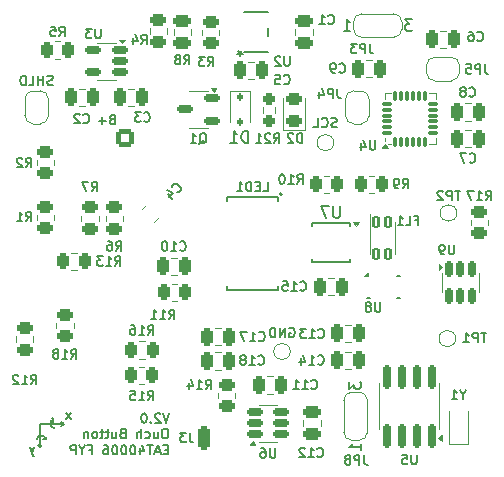
<source format=gbr>
%TF.GenerationSoftware,KiCad,Pcbnew,8.0.4*%
%TF.CreationDate,2024-09-26T12:10:35+10:00*%
%TF.ProjectId,OuchButtonV2,4f756368-4275-4747-946f-6e56322e6b69,rev?*%
%TF.SameCoordinates,Original*%
%TF.FileFunction,Legend,Bot*%
%TF.FilePolarity,Positive*%
%FSLAX46Y46*%
G04 Gerber Fmt 4.6, Leading zero omitted, Abs format (unit mm)*
G04 Created by KiCad (PCBNEW 8.0.4) date 2024-09-26 12:10:35*
%MOMM*%
%LPD*%
G01*
G04 APERTURE LIST*
G04 Aperture macros list*
%AMRoundRect*
0 Rectangle with rounded corners*
0 $1 Rounding radius*
0 $2 $3 $4 $5 $6 $7 $8 $9 X,Y pos of 4 corners*
0 Add a 4 corners polygon primitive as box body*
4,1,4,$2,$3,$4,$5,$6,$7,$8,$9,$2,$3,0*
0 Add four circle primitives for the rounded corners*
1,1,$1+$1,$2,$3*
1,1,$1+$1,$4,$5*
1,1,$1+$1,$6,$7*
1,1,$1+$1,$8,$9*
0 Add four rect primitives between the rounded corners*
20,1,$1+$1,$2,$3,$4,$5,0*
20,1,$1+$1,$4,$5,$6,$7,0*
20,1,$1+$1,$6,$7,$8,$9,0*
20,1,$1+$1,$8,$9,$2,$3,0*%
%AMFreePoly0*
4,1,19,0.500000,-0.750000,0.000000,-0.750000,0.000000,-0.744911,-0.071157,-0.744911,-0.207708,-0.704816,-0.327430,-0.627875,-0.420627,-0.520320,-0.479746,-0.390866,-0.500000,-0.250000,-0.500000,0.250000,-0.479746,0.390866,-0.420627,0.520320,-0.327430,0.627875,-0.207708,0.704816,-0.071157,0.744911,0.000000,0.744911,0.000000,0.750000,0.500000,0.750000,0.500000,-0.750000,0.500000,-0.750000,
$1*%
%AMFreePoly1*
4,1,19,0.000000,0.744911,0.071157,0.744911,0.207708,0.704816,0.327430,0.627875,0.420627,0.520320,0.479746,0.390866,0.500000,0.250000,0.500000,-0.250000,0.479746,-0.390866,0.420627,-0.520320,0.327430,-0.627875,0.207708,-0.704816,0.071157,-0.744911,0.000000,-0.744911,0.000000,-0.750000,-0.500000,-0.750000,-0.500000,0.750000,0.000000,0.750000,0.000000,0.744911,0.000000,0.744911,
$1*%
%AMFreePoly2*
4,1,19,0.550000,-0.750000,0.000000,-0.750000,0.000000,-0.744911,-0.071157,-0.744911,-0.207708,-0.704816,-0.327430,-0.627875,-0.420627,-0.520320,-0.479746,-0.390866,-0.500000,-0.250000,-0.500000,0.250000,-0.479746,0.390866,-0.420627,0.520320,-0.327430,0.627875,-0.207708,0.704816,-0.071157,0.744911,0.000000,0.744911,0.000000,0.750000,0.550000,0.750000,0.550000,-0.750000,0.550000,-0.750000,
$1*%
%AMFreePoly3*
4,1,19,0.000000,0.744911,0.071157,0.744911,0.207708,0.704816,0.327430,0.627875,0.420627,0.520320,0.479746,0.390866,0.500000,0.250000,0.500000,-0.250000,0.479746,-0.390866,0.420627,-0.520320,0.327430,-0.627875,0.207708,-0.704816,0.071157,-0.744911,0.000000,-0.744911,0.000000,-0.750000,-0.550000,-0.750000,-0.550000,0.750000,0.000000,0.750000,0.000000,0.744911,0.000000,0.744911,
$1*%
G04 Aperture macros list end*
%ADD10C,0.150000*%
%ADD11C,0.120000*%
%ADD12C,0.152400*%
%ADD13C,0.100000*%
%ADD14RoundRect,0.250000X-0.550000X0.550000X-0.550000X-0.550000X0.550000X-0.550000X0.550000X0.550000X0*%
%ADD15C,1.600000*%
%ADD16C,0.900000*%
%ADD17C,0.850000*%
%ADD18O,2.050000X0.550000*%
%ADD19C,0.500000*%
%ADD20RoundRect,0.250000X-0.250000X-0.475000X0.250000X-0.475000X0.250000X0.475000X-0.250000X0.475000X0*%
%ADD21RoundRect,0.075000X-0.350000X-0.075000X0.350000X-0.075000X0.350000X0.075000X-0.350000X0.075000X0*%
%ADD22RoundRect,0.075000X-0.075000X0.350000X-0.075000X-0.350000X0.075000X-0.350000X0.075000X0.350000X0*%
%ADD23FreePoly0,270.000000*%
%ADD24FreePoly1,270.000000*%
%ADD25RoundRect,0.250000X0.250000X0.750000X-0.250000X0.750000X-0.250000X-0.750000X0.250000X-0.750000X0*%
%ADD26RoundRect,0.112500X-0.112500X0.187500X-0.112500X-0.187500X0.112500X-0.187500X0.112500X0.187500X0*%
%ADD27FreePoly0,180.000000*%
%ADD28FreePoly1,180.000000*%
%ADD29RoundRect,0.237500X0.237500X-0.250000X0.237500X0.250000X-0.237500X0.250000X-0.237500X-0.250000X0*%
%ADD30RoundRect,0.250000X0.262500X0.450000X-0.262500X0.450000X-0.262500X-0.450000X0.262500X-0.450000X0*%
%ADD31C,1.000000*%
%ADD32RoundRect,0.250000X-0.450000X0.262500X-0.450000X-0.262500X0.450000X-0.262500X0.450000X0.262500X0*%
%ADD33RoundRect,0.150000X-0.512500X-0.150000X0.512500X-0.150000X0.512500X0.150000X-0.512500X0.150000X0*%
%ADD34RoundRect,0.250000X0.250000X0.475000X-0.250000X0.475000X-0.250000X-0.475000X0.250000X-0.475000X0*%
%ADD35RoundRect,0.250000X0.450000X-0.262500X0.450000X0.262500X-0.450000X0.262500X-0.450000X-0.262500X0*%
%ADD36RoundRect,0.150000X0.512500X0.150000X-0.512500X0.150000X-0.512500X-0.150000X0.512500X-0.150000X0*%
%ADD37RoundRect,0.150000X0.150000X-0.825000X0.150000X0.825000X-0.150000X0.825000X-0.150000X-0.825000X0*%
%ADD38C,0.250000*%
%ADD39FreePoly2,90.000000*%
%ADD40R,1.500000X1.000000*%
%ADD41FreePoly3,90.000000*%
%ADD42RoundRect,0.150000X-0.150000X0.512500X-0.150000X-0.512500X0.150000X-0.512500X0.150000X0.512500X0*%
%ADD43RoundRect,0.250000X0.475000X-0.250000X0.475000X0.250000X-0.475000X0.250000X-0.475000X-0.250000X0*%
%ADD44RoundRect,0.120000X-0.180000X0.430000X-0.180000X-0.430000X0.180000X-0.430000X0.180000X0.430000X0*%
%ADD45RoundRect,0.250000X0.159099X-0.512652X0.512652X-0.159099X-0.159099X0.512652X-0.512652X0.159099X0*%
%ADD46FreePoly2,0.000000*%
%ADD47R,1.000000X1.500000*%
%ADD48FreePoly3,0.000000*%
%ADD49RoundRect,0.250000X-0.262500X-0.450000X0.262500X-0.450000X0.262500X0.450000X-0.262500X0.450000X0*%
%ADD50R,0.952500X0.558800*%
%ADD51R,1.100000X1.050000*%
%ADD52RoundRect,0.250000X-0.475000X0.250000X-0.475000X-0.250000X0.475000X-0.250000X0.475000X0.250000X0*%
%ADD53R,1.092200X0.990600*%
%ADD54R,1.100000X0.250000*%
%ADD55RoundRect,0.243750X0.456250X-0.243750X0.456250X0.243750X-0.456250X0.243750X-0.456250X-0.243750X0*%
G04 APERTURE END LIST*
D10*
X76000000Y-107000000D02*
X78030000Y-107000000D01*
X77117160Y-106802914D02*
X77122839Y-106617086D01*
X77122839Y-106617086D02*
X76977160Y-106542914D01*
X77800000Y-106820000D02*
X78050000Y-107000000D01*
X76000000Y-109000000D02*
X75780000Y-108800000D01*
X76270000Y-108240000D02*
X76455828Y-108245679D01*
X75710000Y-108310000D02*
G75*
G02*
X76455829Y-108245679I380000J-50000D01*
G01*
X76190000Y-108800000D02*
X76000000Y-109000000D01*
X77187160Y-107362914D02*
G75*
G02*
X77122833Y-106617066I50040J380014D01*
G01*
X76455828Y-108245679D02*
X76530000Y-108100000D01*
X77122839Y-106617086D02*
X77117160Y-106802914D01*
X76000000Y-107000000D02*
X76000000Y-109000000D01*
X78050000Y-107000000D02*
X77800000Y-107190000D01*
X86810839Y-109175247D02*
X86544173Y-109175247D01*
X86429887Y-109594295D02*
X86810839Y-109594295D01*
X86810839Y-109594295D02*
X86810839Y-108794295D01*
X86810839Y-108794295D02*
X86429887Y-108794295D01*
X86125125Y-109365723D02*
X85744172Y-109365723D01*
X86201315Y-109594295D02*
X85934648Y-108794295D01*
X85934648Y-108794295D02*
X85667982Y-109594295D01*
X85515601Y-108794295D02*
X85058458Y-108794295D01*
X85287030Y-109594295D02*
X85287030Y-108794295D01*
X84448934Y-109060961D02*
X84448934Y-109594295D01*
X84639410Y-108756200D02*
X84829887Y-109327628D01*
X84829887Y-109327628D02*
X84334648Y-109327628D01*
X83877505Y-108794295D02*
X83801315Y-108794295D01*
X83801315Y-108794295D02*
X83725124Y-108832390D01*
X83725124Y-108832390D02*
X83687029Y-108870485D01*
X83687029Y-108870485D02*
X83648934Y-108946676D01*
X83648934Y-108946676D02*
X83610839Y-109099057D01*
X83610839Y-109099057D02*
X83610839Y-109289533D01*
X83610839Y-109289533D02*
X83648934Y-109441914D01*
X83648934Y-109441914D02*
X83687029Y-109518104D01*
X83687029Y-109518104D02*
X83725124Y-109556200D01*
X83725124Y-109556200D02*
X83801315Y-109594295D01*
X83801315Y-109594295D02*
X83877505Y-109594295D01*
X83877505Y-109594295D02*
X83953696Y-109556200D01*
X83953696Y-109556200D02*
X83991791Y-109518104D01*
X83991791Y-109518104D02*
X84029886Y-109441914D01*
X84029886Y-109441914D02*
X84067982Y-109289533D01*
X84067982Y-109289533D02*
X84067982Y-109099057D01*
X84067982Y-109099057D02*
X84029886Y-108946676D01*
X84029886Y-108946676D02*
X83991791Y-108870485D01*
X83991791Y-108870485D02*
X83953696Y-108832390D01*
X83953696Y-108832390D02*
X83877505Y-108794295D01*
X83115600Y-108794295D02*
X83039410Y-108794295D01*
X83039410Y-108794295D02*
X82963219Y-108832390D01*
X82963219Y-108832390D02*
X82925124Y-108870485D01*
X82925124Y-108870485D02*
X82887029Y-108946676D01*
X82887029Y-108946676D02*
X82848934Y-109099057D01*
X82848934Y-109099057D02*
X82848934Y-109289533D01*
X82848934Y-109289533D02*
X82887029Y-109441914D01*
X82887029Y-109441914D02*
X82925124Y-109518104D01*
X82925124Y-109518104D02*
X82963219Y-109556200D01*
X82963219Y-109556200D02*
X83039410Y-109594295D01*
X83039410Y-109594295D02*
X83115600Y-109594295D01*
X83115600Y-109594295D02*
X83191791Y-109556200D01*
X83191791Y-109556200D02*
X83229886Y-109518104D01*
X83229886Y-109518104D02*
X83267981Y-109441914D01*
X83267981Y-109441914D02*
X83306077Y-109289533D01*
X83306077Y-109289533D02*
X83306077Y-109099057D01*
X83306077Y-109099057D02*
X83267981Y-108946676D01*
X83267981Y-108946676D02*
X83229886Y-108870485D01*
X83229886Y-108870485D02*
X83191791Y-108832390D01*
X83191791Y-108832390D02*
X83115600Y-108794295D01*
X82353695Y-108794295D02*
X82277505Y-108794295D01*
X82277505Y-108794295D02*
X82201314Y-108832390D01*
X82201314Y-108832390D02*
X82163219Y-108870485D01*
X82163219Y-108870485D02*
X82125124Y-108946676D01*
X82125124Y-108946676D02*
X82087029Y-109099057D01*
X82087029Y-109099057D02*
X82087029Y-109289533D01*
X82087029Y-109289533D02*
X82125124Y-109441914D01*
X82125124Y-109441914D02*
X82163219Y-109518104D01*
X82163219Y-109518104D02*
X82201314Y-109556200D01*
X82201314Y-109556200D02*
X82277505Y-109594295D01*
X82277505Y-109594295D02*
X82353695Y-109594295D01*
X82353695Y-109594295D02*
X82429886Y-109556200D01*
X82429886Y-109556200D02*
X82467981Y-109518104D01*
X82467981Y-109518104D02*
X82506076Y-109441914D01*
X82506076Y-109441914D02*
X82544172Y-109289533D01*
X82544172Y-109289533D02*
X82544172Y-109099057D01*
X82544172Y-109099057D02*
X82506076Y-108946676D01*
X82506076Y-108946676D02*
X82467981Y-108870485D01*
X82467981Y-108870485D02*
X82429886Y-108832390D01*
X82429886Y-108832390D02*
X82353695Y-108794295D01*
X81401314Y-108794295D02*
X81553695Y-108794295D01*
X81553695Y-108794295D02*
X81629886Y-108832390D01*
X81629886Y-108832390D02*
X81667981Y-108870485D01*
X81667981Y-108870485D02*
X81744171Y-108984771D01*
X81744171Y-108984771D02*
X81782267Y-109137152D01*
X81782267Y-109137152D02*
X81782267Y-109441914D01*
X81782267Y-109441914D02*
X81744171Y-109518104D01*
X81744171Y-109518104D02*
X81706076Y-109556200D01*
X81706076Y-109556200D02*
X81629886Y-109594295D01*
X81629886Y-109594295D02*
X81477505Y-109594295D01*
X81477505Y-109594295D02*
X81401314Y-109556200D01*
X81401314Y-109556200D02*
X81363219Y-109518104D01*
X81363219Y-109518104D02*
X81325124Y-109441914D01*
X81325124Y-109441914D02*
X81325124Y-109251438D01*
X81325124Y-109251438D02*
X81363219Y-109175247D01*
X81363219Y-109175247D02*
X81401314Y-109137152D01*
X81401314Y-109137152D02*
X81477505Y-109099057D01*
X81477505Y-109099057D02*
X81629886Y-109099057D01*
X81629886Y-109099057D02*
X81706076Y-109137152D01*
X81706076Y-109137152D02*
X81744171Y-109175247D01*
X81744171Y-109175247D02*
X81782267Y-109251438D01*
X80106076Y-109175247D02*
X80372742Y-109175247D01*
X80372742Y-109594295D02*
X80372742Y-108794295D01*
X80372742Y-108794295D02*
X79991790Y-108794295D01*
X79534647Y-109213342D02*
X79534647Y-109594295D01*
X79801314Y-108794295D02*
X79534647Y-109213342D01*
X79534647Y-109213342D02*
X79267981Y-108794295D01*
X79001314Y-109594295D02*
X79001314Y-108794295D01*
X79001314Y-108794295D02*
X78696552Y-108794295D01*
X78696552Y-108794295D02*
X78620362Y-108832390D01*
X78620362Y-108832390D02*
X78582267Y-108870485D01*
X78582267Y-108870485D02*
X78544171Y-108946676D01*
X78544171Y-108946676D02*
X78544171Y-109060961D01*
X78544171Y-109060961D02*
X78582267Y-109137152D01*
X78582267Y-109137152D02*
X78620362Y-109175247D01*
X78620362Y-109175247D02*
X78696552Y-109213342D01*
X78696552Y-109213342D02*
X79001314Y-109213342D01*
X78587030Y-106594295D02*
X78167982Y-106060961D01*
X78587030Y-106060961D02*
X78167982Y-106594295D01*
X86925125Y-106106340D02*
X86658458Y-106906340D01*
X86658458Y-106906340D02*
X86391792Y-106106340D01*
X86163221Y-106182530D02*
X86125125Y-106144435D01*
X86125125Y-106144435D02*
X86048935Y-106106340D01*
X86048935Y-106106340D02*
X85858459Y-106106340D01*
X85858459Y-106106340D02*
X85782268Y-106144435D01*
X85782268Y-106144435D02*
X85744173Y-106182530D01*
X85744173Y-106182530D02*
X85706078Y-106258721D01*
X85706078Y-106258721D02*
X85706078Y-106334911D01*
X85706078Y-106334911D02*
X85744173Y-106449197D01*
X85744173Y-106449197D02*
X86201316Y-106906340D01*
X86201316Y-106906340D02*
X85706078Y-106906340D01*
X85363220Y-106830149D02*
X85325125Y-106868245D01*
X85325125Y-106868245D02*
X85363220Y-106906340D01*
X85363220Y-106906340D02*
X85401316Y-106868245D01*
X85401316Y-106868245D02*
X85363220Y-106830149D01*
X85363220Y-106830149D02*
X85363220Y-106906340D01*
X84829887Y-106106340D02*
X84753697Y-106106340D01*
X84753697Y-106106340D02*
X84677506Y-106144435D01*
X84677506Y-106144435D02*
X84639411Y-106182530D01*
X84639411Y-106182530D02*
X84601316Y-106258721D01*
X84601316Y-106258721D02*
X84563221Y-106411102D01*
X84563221Y-106411102D02*
X84563221Y-106601578D01*
X84563221Y-106601578D02*
X84601316Y-106753959D01*
X84601316Y-106753959D02*
X84639411Y-106830149D01*
X84639411Y-106830149D02*
X84677506Y-106868245D01*
X84677506Y-106868245D02*
X84753697Y-106906340D01*
X84753697Y-106906340D02*
X84829887Y-106906340D01*
X84829887Y-106906340D02*
X84906078Y-106868245D01*
X84906078Y-106868245D02*
X84944173Y-106830149D01*
X84944173Y-106830149D02*
X84982268Y-106753959D01*
X84982268Y-106753959D02*
X85020364Y-106601578D01*
X85020364Y-106601578D02*
X85020364Y-106411102D01*
X85020364Y-106411102D02*
X84982268Y-106258721D01*
X84982268Y-106258721D02*
X84944173Y-106182530D01*
X84944173Y-106182530D02*
X84906078Y-106144435D01*
X84906078Y-106144435D02*
X84829887Y-106106340D01*
X86658458Y-107394295D02*
X86506077Y-107394295D01*
X86506077Y-107394295D02*
X86429887Y-107432390D01*
X86429887Y-107432390D02*
X86353696Y-107508580D01*
X86353696Y-107508580D02*
X86315601Y-107660961D01*
X86315601Y-107660961D02*
X86315601Y-107927628D01*
X86315601Y-107927628D02*
X86353696Y-108080009D01*
X86353696Y-108080009D02*
X86429887Y-108156200D01*
X86429887Y-108156200D02*
X86506077Y-108194295D01*
X86506077Y-108194295D02*
X86658458Y-108194295D01*
X86658458Y-108194295D02*
X86734649Y-108156200D01*
X86734649Y-108156200D02*
X86810839Y-108080009D01*
X86810839Y-108080009D02*
X86848935Y-107927628D01*
X86848935Y-107927628D02*
X86848935Y-107660961D01*
X86848935Y-107660961D02*
X86810839Y-107508580D01*
X86810839Y-107508580D02*
X86734649Y-107432390D01*
X86734649Y-107432390D02*
X86658458Y-107394295D01*
X85629887Y-107660961D02*
X85629887Y-108194295D01*
X85972744Y-107660961D02*
X85972744Y-108080009D01*
X85972744Y-108080009D02*
X85934649Y-108156200D01*
X85934649Y-108156200D02*
X85858459Y-108194295D01*
X85858459Y-108194295D02*
X85744173Y-108194295D01*
X85744173Y-108194295D02*
X85667982Y-108156200D01*
X85667982Y-108156200D02*
X85629887Y-108118104D01*
X84906077Y-108156200D02*
X84982268Y-108194295D01*
X84982268Y-108194295D02*
X85134649Y-108194295D01*
X85134649Y-108194295D02*
X85210839Y-108156200D01*
X85210839Y-108156200D02*
X85248934Y-108118104D01*
X85248934Y-108118104D02*
X85287030Y-108041914D01*
X85287030Y-108041914D02*
X85287030Y-107813342D01*
X85287030Y-107813342D02*
X85248934Y-107737152D01*
X85248934Y-107737152D02*
X85210839Y-107699057D01*
X85210839Y-107699057D02*
X85134649Y-107660961D01*
X85134649Y-107660961D02*
X84982268Y-107660961D01*
X84982268Y-107660961D02*
X84906077Y-107699057D01*
X84563220Y-108194295D02*
X84563220Y-107394295D01*
X84220363Y-108194295D02*
X84220363Y-107775247D01*
X84220363Y-107775247D02*
X84258458Y-107699057D01*
X84258458Y-107699057D02*
X84334649Y-107660961D01*
X84334649Y-107660961D02*
X84448935Y-107660961D01*
X84448935Y-107660961D02*
X84525125Y-107699057D01*
X84525125Y-107699057D02*
X84563220Y-107737152D01*
X82963220Y-107775247D02*
X82848934Y-107813342D01*
X82848934Y-107813342D02*
X82810839Y-107851438D01*
X82810839Y-107851438D02*
X82772743Y-107927628D01*
X82772743Y-107927628D02*
X82772743Y-108041914D01*
X82772743Y-108041914D02*
X82810839Y-108118104D01*
X82810839Y-108118104D02*
X82848934Y-108156200D01*
X82848934Y-108156200D02*
X82925124Y-108194295D01*
X82925124Y-108194295D02*
X83229886Y-108194295D01*
X83229886Y-108194295D02*
X83229886Y-107394295D01*
X83229886Y-107394295D02*
X82963220Y-107394295D01*
X82963220Y-107394295D02*
X82887029Y-107432390D01*
X82887029Y-107432390D02*
X82848934Y-107470485D01*
X82848934Y-107470485D02*
X82810839Y-107546676D01*
X82810839Y-107546676D02*
X82810839Y-107622866D01*
X82810839Y-107622866D02*
X82848934Y-107699057D01*
X82848934Y-107699057D02*
X82887029Y-107737152D01*
X82887029Y-107737152D02*
X82963220Y-107775247D01*
X82963220Y-107775247D02*
X83229886Y-107775247D01*
X82087029Y-107660961D02*
X82087029Y-108194295D01*
X82429886Y-107660961D02*
X82429886Y-108080009D01*
X82429886Y-108080009D02*
X82391791Y-108156200D01*
X82391791Y-108156200D02*
X82315601Y-108194295D01*
X82315601Y-108194295D02*
X82201315Y-108194295D01*
X82201315Y-108194295D02*
X82125124Y-108156200D01*
X82125124Y-108156200D02*
X82087029Y-108118104D01*
X81820362Y-107660961D02*
X81515600Y-107660961D01*
X81706076Y-107394295D02*
X81706076Y-108080009D01*
X81706076Y-108080009D02*
X81667981Y-108156200D01*
X81667981Y-108156200D02*
X81591791Y-108194295D01*
X81591791Y-108194295D02*
X81515600Y-108194295D01*
X81363219Y-107660961D02*
X81058457Y-107660961D01*
X81248933Y-107394295D02*
X81248933Y-108080009D01*
X81248933Y-108080009D02*
X81210838Y-108156200D01*
X81210838Y-108156200D02*
X81134648Y-108194295D01*
X81134648Y-108194295D02*
X81058457Y-108194295D01*
X80677505Y-108194295D02*
X80753695Y-108156200D01*
X80753695Y-108156200D02*
X80791790Y-108118104D01*
X80791790Y-108118104D02*
X80829886Y-108041914D01*
X80829886Y-108041914D02*
X80829886Y-107813342D01*
X80829886Y-107813342D02*
X80791790Y-107737152D01*
X80791790Y-107737152D02*
X80753695Y-107699057D01*
X80753695Y-107699057D02*
X80677505Y-107660961D01*
X80677505Y-107660961D02*
X80563219Y-107660961D01*
X80563219Y-107660961D02*
X80487028Y-107699057D01*
X80487028Y-107699057D02*
X80448933Y-107737152D01*
X80448933Y-107737152D02*
X80410838Y-107813342D01*
X80410838Y-107813342D02*
X80410838Y-108041914D01*
X80410838Y-108041914D02*
X80448933Y-108118104D01*
X80448933Y-108118104D02*
X80487028Y-108156200D01*
X80487028Y-108156200D02*
X80563219Y-108194295D01*
X80563219Y-108194295D02*
X80677505Y-108194295D01*
X80067980Y-107660961D02*
X80067980Y-108194295D01*
X80067980Y-107737152D02*
X80029885Y-107699057D01*
X80029885Y-107699057D02*
X79953695Y-107660961D01*
X79953695Y-107660961D02*
X79839409Y-107660961D01*
X79839409Y-107660961D02*
X79763218Y-107699057D01*
X79763218Y-107699057D02*
X79725123Y-107775247D01*
X79725123Y-107775247D02*
X79725123Y-108194295D01*
X75487030Y-108960961D02*
X75296554Y-109494295D01*
X75106077Y-108960961D02*
X75296554Y-109494295D01*
X75296554Y-109494295D02*
X75372744Y-109684771D01*
X75372744Y-109684771D02*
X75410839Y-109722866D01*
X75410839Y-109722866D02*
X75487030Y-109760961D01*
X82088095Y-81218247D02*
X81973809Y-81256342D01*
X81973809Y-81256342D02*
X81935714Y-81294438D01*
X81935714Y-81294438D02*
X81897618Y-81370628D01*
X81897618Y-81370628D02*
X81897618Y-81484914D01*
X81897618Y-81484914D02*
X81935714Y-81561104D01*
X81935714Y-81561104D02*
X81973809Y-81599200D01*
X81973809Y-81599200D02*
X82049999Y-81637295D01*
X82049999Y-81637295D02*
X82354761Y-81637295D01*
X82354761Y-81637295D02*
X82354761Y-80837295D01*
X82354761Y-80837295D02*
X82088095Y-80837295D01*
X82088095Y-80837295D02*
X82011904Y-80875390D01*
X82011904Y-80875390D02*
X81973809Y-80913485D01*
X81973809Y-80913485D02*
X81935714Y-80989676D01*
X81935714Y-80989676D02*
X81935714Y-81065866D01*
X81935714Y-81065866D02*
X81973809Y-81142057D01*
X81973809Y-81142057D02*
X82011904Y-81180152D01*
X82011904Y-81180152D02*
X82088095Y-81218247D01*
X82088095Y-81218247D02*
X82354761Y-81218247D01*
X81554761Y-81332533D02*
X80945238Y-81332533D01*
X81249999Y-81637295D02*
X81249999Y-81027771D01*
X112333332Y-79236104D02*
X112371428Y-79274200D01*
X112371428Y-79274200D02*
X112485713Y-79312295D01*
X112485713Y-79312295D02*
X112561904Y-79312295D01*
X112561904Y-79312295D02*
X112676190Y-79274200D01*
X112676190Y-79274200D02*
X112752380Y-79198009D01*
X112752380Y-79198009D02*
X112790475Y-79121819D01*
X112790475Y-79121819D02*
X112828571Y-78969438D01*
X112828571Y-78969438D02*
X112828571Y-78855152D01*
X112828571Y-78855152D02*
X112790475Y-78702771D01*
X112790475Y-78702771D02*
X112752380Y-78626580D01*
X112752380Y-78626580D02*
X112676190Y-78550390D01*
X112676190Y-78550390D02*
X112561904Y-78512295D01*
X112561904Y-78512295D02*
X112485713Y-78512295D01*
X112485713Y-78512295D02*
X112371428Y-78550390D01*
X112371428Y-78550390D02*
X112333332Y-78588485D01*
X111876190Y-78855152D02*
X111952380Y-78817057D01*
X111952380Y-78817057D02*
X111990475Y-78778961D01*
X111990475Y-78778961D02*
X112028571Y-78702771D01*
X112028571Y-78702771D02*
X112028571Y-78664676D01*
X112028571Y-78664676D02*
X111990475Y-78588485D01*
X111990475Y-78588485D02*
X111952380Y-78550390D01*
X111952380Y-78550390D02*
X111876190Y-78512295D01*
X111876190Y-78512295D02*
X111723809Y-78512295D01*
X111723809Y-78512295D02*
X111647618Y-78550390D01*
X111647618Y-78550390D02*
X111609523Y-78588485D01*
X111609523Y-78588485D02*
X111571428Y-78664676D01*
X111571428Y-78664676D02*
X111571428Y-78702771D01*
X111571428Y-78702771D02*
X111609523Y-78778961D01*
X111609523Y-78778961D02*
X111647618Y-78817057D01*
X111647618Y-78817057D02*
X111723809Y-78855152D01*
X111723809Y-78855152D02*
X111876190Y-78855152D01*
X111876190Y-78855152D02*
X111952380Y-78893247D01*
X111952380Y-78893247D02*
X111990475Y-78931342D01*
X111990475Y-78931342D02*
X112028571Y-79007533D01*
X112028571Y-79007533D02*
X112028571Y-79159914D01*
X112028571Y-79159914D02*
X111990475Y-79236104D01*
X111990475Y-79236104D02*
X111952380Y-79274200D01*
X111952380Y-79274200D02*
X111876190Y-79312295D01*
X111876190Y-79312295D02*
X111723809Y-79312295D01*
X111723809Y-79312295D02*
X111647618Y-79274200D01*
X111647618Y-79274200D02*
X111609523Y-79236104D01*
X111609523Y-79236104D02*
X111571428Y-79159914D01*
X111571428Y-79159914D02*
X111571428Y-79007533D01*
X111571428Y-79007533D02*
X111609523Y-78931342D01*
X111609523Y-78931342D02*
X111647618Y-78893247D01*
X111647618Y-78893247D02*
X111723809Y-78855152D01*
X104359523Y-82987295D02*
X104359523Y-83634914D01*
X104359523Y-83634914D02*
X104321428Y-83711104D01*
X104321428Y-83711104D02*
X104283333Y-83749200D01*
X104283333Y-83749200D02*
X104207142Y-83787295D01*
X104207142Y-83787295D02*
X104054761Y-83787295D01*
X104054761Y-83787295D02*
X103978571Y-83749200D01*
X103978571Y-83749200D02*
X103940476Y-83711104D01*
X103940476Y-83711104D02*
X103902380Y-83634914D01*
X103902380Y-83634914D02*
X103902380Y-82987295D01*
X103178571Y-83253961D02*
X103178571Y-83787295D01*
X103369047Y-82949200D02*
X103559524Y-83520628D01*
X103559524Y-83520628D02*
X103064285Y-83520628D01*
X77071428Y-78274200D02*
X76957142Y-78312295D01*
X76957142Y-78312295D02*
X76766666Y-78312295D01*
X76766666Y-78312295D02*
X76690475Y-78274200D01*
X76690475Y-78274200D02*
X76652380Y-78236104D01*
X76652380Y-78236104D02*
X76614285Y-78159914D01*
X76614285Y-78159914D02*
X76614285Y-78083723D01*
X76614285Y-78083723D02*
X76652380Y-78007533D01*
X76652380Y-78007533D02*
X76690475Y-77969438D01*
X76690475Y-77969438D02*
X76766666Y-77931342D01*
X76766666Y-77931342D02*
X76919047Y-77893247D01*
X76919047Y-77893247D02*
X76995237Y-77855152D01*
X76995237Y-77855152D02*
X77033332Y-77817057D01*
X77033332Y-77817057D02*
X77071428Y-77740866D01*
X77071428Y-77740866D02*
X77071428Y-77664676D01*
X77071428Y-77664676D02*
X77033332Y-77588485D01*
X77033332Y-77588485D02*
X76995237Y-77550390D01*
X76995237Y-77550390D02*
X76919047Y-77512295D01*
X76919047Y-77512295D02*
X76728570Y-77512295D01*
X76728570Y-77512295D02*
X76614285Y-77550390D01*
X76271427Y-78312295D02*
X76271427Y-77512295D01*
X76271427Y-77893247D02*
X75814284Y-77893247D01*
X75814284Y-78312295D02*
X75814284Y-77512295D01*
X75052380Y-78312295D02*
X75433332Y-78312295D01*
X75433332Y-78312295D02*
X75433332Y-77512295D01*
X74785713Y-78312295D02*
X74785713Y-77512295D01*
X74785713Y-77512295D02*
X74595237Y-77512295D01*
X74595237Y-77512295D02*
X74480951Y-77550390D01*
X74480951Y-77550390D02*
X74404761Y-77626580D01*
X74404761Y-77626580D02*
X74366666Y-77702771D01*
X74366666Y-77702771D02*
X74328570Y-77855152D01*
X74328570Y-77855152D02*
X74328570Y-77969438D01*
X74328570Y-77969438D02*
X74366666Y-78121819D01*
X74366666Y-78121819D02*
X74404761Y-78198009D01*
X74404761Y-78198009D02*
X74480951Y-78274200D01*
X74480951Y-78274200D02*
X74595237Y-78312295D01*
X74595237Y-78312295D02*
X74785713Y-78312295D01*
X88666666Y-107742295D02*
X88666666Y-108313723D01*
X88666666Y-108313723D02*
X88704761Y-108428009D01*
X88704761Y-108428009D02*
X88780952Y-108504200D01*
X88780952Y-108504200D02*
X88895237Y-108542295D01*
X88895237Y-108542295D02*
X88971428Y-108542295D01*
X88361904Y-107742295D02*
X87866666Y-107742295D01*
X87866666Y-107742295D02*
X88133332Y-108047057D01*
X88133332Y-108047057D02*
X88019047Y-108047057D01*
X88019047Y-108047057D02*
X87942856Y-108085152D01*
X87942856Y-108085152D02*
X87904761Y-108123247D01*
X87904761Y-108123247D02*
X87866666Y-108199438D01*
X87866666Y-108199438D02*
X87866666Y-108389914D01*
X87866666Y-108389914D02*
X87904761Y-108466104D01*
X87904761Y-108466104D02*
X87942856Y-108504200D01*
X87942856Y-108504200D02*
X88019047Y-108542295D01*
X88019047Y-108542295D02*
X88247618Y-108542295D01*
X88247618Y-108542295D02*
X88323809Y-108504200D01*
X88323809Y-108504200D02*
X88361904Y-108466104D01*
X93608094Y-83184819D02*
X93608094Y-82184819D01*
X93608094Y-82184819D02*
X93369999Y-82184819D01*
X93369999Y-82184819D02*
X93227142Y-82232438D01*
X93227142Y-82232438D02*
X93131904Y-82327676D01*
X93131904Y-82327676D02*
X93084285Y-82422914D01*
X93084285Y-82422914D02*
X93036666Y-82613390D01*
X93036666Y-82613390D02*
X93036666Y-82756247D01*
X93036666Y-82756247D02*
X93084285Y-82946723D01*
X93084285Y-82946723D02*
X93131904Y-83041961D01*
X93131904Y-83041961D02*
X93227142Y-83137200D01*
X93227142Y-83137200D02*
X93369999Y-83184819D01*
X93369999Y-83184819D02*
X93608094Y-83184819D01*
X92084285Y-83184819D02*
X92655713Y-83184819D01*
X92369999Y-83184819D02*
X92369999Y-82184819D01*
X92369999Y-82184819D02*
X92465237Y-82327676D01*
X92465237Y-82327676D02*
X92560475Y-82422914D01*
X92560475Y-82422914D02*
X92655713Y-82470533D01*
X113641666Y-76537295D02*
X113641666Y-77108723D01*
X113641666Y-77108723D02*
X113679761Y-77223009D01*
X113679761Y-77223009D02*
X113755952Y-77299200D01*
X113755952Y-77299200D02*
X113870237Y-77337295D01*
X113870237Y-77337295D02*
X113946428Y-77337295D01*
X113260713Y-77337295D02*
X113260713Y-76537295D01*
X113260713Y-76537295D02*
X112955951Y-76537295D01*
X112955951Y-76537295D02*
X112879761Y-76575390D01*
X112879761Y-76575390D02*
X112841666Y-76613485D01*
X112841666Y-76613485D02*
X112803570Y-76689676D01*
X112803570Y-76689676D02*
X112803570Y-76803961D01*
X112803570Y-76803961D02*
X112841666Y-76880152D01*
X112841666Y-76880152D02*
X112879761Y-76918247D01*
X112879761Y-76918247D02*
X112955951Y-76956342D01*
X112955951Y-76956342D02*
X113260713Y-76956342D01*
X112079761Y-76537295D02*
X112460713Y-76537295D01*
X112460713Y-76537295D02*
X112498809Y-76918247D01*
X112498809Y-76918247D02*
X112460713Y-76880152D01*
X112460713Y-76880152D02*
X112384523Y-76842057D01*
X112384523Y-76842057D02*
X112194047Y-76842057D01*
X112194047Y-76842057D02*
X112117856Y-76880152D01*
X112117856Y-76880152D02*
X112079761Y-76918247D01*
X112079761Y-76918247D02*
X112041666Y-76994438D01*
X112041666Y-76994438D02*
X112041666Y-77184914D01*
X112041666Y-77184914D02*
X112079761Y-77261104D01*
X112079761Y-77261104D02*
X112117856Y-77299200D01*
X112117856Y-77299200D02*
X112194047Y-77337295D01*
X112194047Y-77337295D02*
X112384523Y-77337295D01*
X112384523Y-77337295D02*
X112460713Y-77299200D01*
X112460713Y-77299200D02*
X112498809Y-77261104D01*
X95789285Y-83212295D02*
X96055952Y-82831342D01*
X96246428Y-83212295D02*
X96246428Y-82412295D01*
X96246428Y-82412295D02*
X95941666Y-82412295D01*
X95941666Y-82412295D02*
X95865476Y-82450390D01*
X95865476Y-82450390D02*
X95827381Y-82488485D01*
X95827381Y-82488485D02*
X95789285Y-82564676D01*
X95789285Y-82564676D02*
X95789285Y-82678961D01*
X95789285Y-82678961D02*
X95827381Y-82755152D01*
X95827381Y-82755152D02*
X95865476Y-82793247D01*
X95865476Y-82793247D02*
X95941666Y-82831342D01*
X95941666Y-82831342D02*
X96246428Y-82831342D01*
X95484524Y-82488485D02*
X95446428Y-82450390D01*
X95446428Y-82450390D02*
X95370238Y-82412295D01*
X95370238Y-82412295D02*
X95179762Y-82412295D01*
X95179762Y-82412295D02*
X95103571Y-82450390D01*
X95103571Y-82450390D02*
X95065476Y-82488485D01*
X95065476Y-82488485D02*
X95027381Y-82564676D01*
X95027381Y-82564676D02*
X95027381Y-82640866D01*
X95027381Y-82640866D02*
X95065476Y-82755152D01*
X95065476Y-82755152D02*
X95522619Y-83212295D01*
X95522619Y-83212295D02*
X95027381Y-83212295D01*
X94265476Y-83212295D02*
X94722619Y-83212295D01*
X94494047Y-83212295D02*
X94494047Y-82412295D01*
X94494047Y-82412295D02*
X94570238Y-82526580D01*
X94570238Y-82526580D02*
X94646428Y-82602771D01*
X94646428Y-82602771D02*
X94722619Y-82640866D01*
X82339285Y-93612295D02*
X82605952Y-93231342D01*
X82796428Y-93612295D02*
X82796428Y-92812295D01*
X82796428Y-92812295D02*
X82491666Y-92812295D01*
X82491666Y-92812295D02*
X82415476Y-92850390D01*
X82415476Y-92850390D02*
X82377381Y-92888485D01*
X82377381Y-92888485D02*
X82339285Y-92964676D01*
X82339285Y-92964676D02*
X82339285Y-93078961D01*
X82339285Y-93078961D02*
X82377381Y-93155152D01*
X82377381Y-93155152D02*
X82415476Y-93193247D01*
X82415476Y-93193247D02*
X82491666Y-93231342D01*
X82491666Y-93231342D02*
X82796428Y-93231342D01*
X81577381Y-93612295D02*
X82034524Y-93612295D01*
X81805952Y-93612295D02*
X81805952Y-92812295D01*
X81805952Y-92812295D02*
X81882143Y-92926580D01*
X81882143Y-92926580D02*
X81958333Y-93002771D01*
X81958333Y-93002771D02*
X82034524Y-93040866D01*
X81310714Y-92812295D02*
X80815476Y-92812295D01*
X80815476Y-92812295D02*
X81082142Y-93117057D01*
X81082142Y-93117057D02*
X80967857Y-93117057D01*
X80967857Y-93117057D02*
X80891666Y-93155152D01*
X80891666Y-93155152D02*
X80853571Y-93193247D01*
X80853571Y-93193247D02*
X80815476Y-93269438D01*
X80815476Y-93269438D02*
X80815476Y-93459914D01*
X80815476Y-93459914D02*
X80853571Y-93536104D01*
X80853571Y-93536104D02*
X80891666Y-93574200D01*
X80891666Y-93574200D02*
X80967857Y-93612295D01*
X80967857Y-93612295D02*
X81196428Y-93612295D01*
X81196428Y-93612295D02*
X81272619Y-93574200D01*
X81272619Y-93574200D02*
X81310714Y-93536104D01*
X97109523Y-98925390D02*
X97185713Y-98887295D01*
X97185713Y-98887295D02*
X97299999Y-98887295D01*
X97299999Y-98887295D02*
X97414285Y-98925390D01*
X97414285Y-98925390D02*
X97490475Y-99001580D01*
X97490475Y-99001580D02*
X97528570Y-99077771D01*
X97528570Y-99077771D02*
X97566666Y-99230152D01*
X97566666Y-99230152D02*
X97566666Y-99344438D01*
X97566666Y-99344438D02*
X97528570Y-99496819D01*
X97528570Y-99496819D02*
X97490475Y-99573009D01*
X97490475Y-99573009D02*
X97414285Y-99649200D01*
X97414285Y-99649200D02*
X97299999Y-99687295D01*
X97299999Y-99687295D02*
X97223808Y-99687295D01*
X97223808Y-99687295D02*
X97109523Y-99649200D01*
X97109523Y-99649200D02*
X97071427Y-99611104D01*
X97071427Y-99611104D02*
X97071427Y-99344438D01*
X97071427Y-99344438D02*
X97223808Y-99344438D01*
X96728570Y-99687295D02*
X96728570Y-98887295D01*
X96728570Y-98887295D02*
X96271427Y-99687295D01*
X96271427Y-99687295D02*
X96271427Y-98887295D01*
X95890475Y-99687295D02*
X95890475Y-98887295D01*
X95890475Y-98887295D02*
X95699999Y-98887295D01*
X95699999Y-98887295D02*
X95585713Y-98925390D01*
X95585713Y-98925390D02*
X95509523Y-99001580D01*
X95509523Y-99001580D02*
X95471428Y-99077771D01*
X95471428Y-99077771D02*
X95433332Y-99230152D01*
X95433332Y-99230152D02*
X95433332Y-99344438D01*
X95433332Y-99344438D02*
X95471428Y-99496819D01*
X95471428Y-99496819D02*
X95509523Y-99573009D01*
X95509523Y-99573009D02*
X95585713Y-99649200D01*
X95585713Y-99649200D02*
X95699999Y-99687295D01*
X95699999Y-99687295D02*
X95890475Y-99687295D01*
X74783332Y-89862295D02*
X75049999Y-89481342D01*
X75240475Y-89862295D02*
X75240475Y-89062295D01*
X75240475Y-89062295D02*
X74935713Y-89062295D01*
X74935713Y-89062295D02*
X74859523Y-89100390D01*
X74859523Y-89100390D02*
X74821428Y-89138485D01*
X74821428Y-89138485D02*
X74783332Y-89214676D01*
X74783332Y-89214676D02*
X74783332Y-89328961D01*
X74783332Y-89328961D02*
X74821428Y-89405152D01*
X74821428Y-89405152D02*
X74859523Y-89443247D01*
X74859523Y-89443247D02*
X74935713Y-89481342D01*
X74935713Y-89481342D02*
X75240475Y-89481342D01*
X74021428Y-89862295D02*
X74478571Y-89862295D01*
X74249999Y-89862295D02*
X74249999Y-89062295D01*
X74249999Y-89062295D02*
X74326190Y-89176580D01*
X74326190Y-89176580D02*
X74402380Y-89252771D01*
X74402380Y-89252771D02*
X74478571Y-89290866D01*
X95909523Y-109062295D02*
X95909523Y-109709914D01*
X95909523Y-109709914D02*
X95871428Y-109786104D01*
X95871428Y-109786104D02*
X95833333Y-109824200D01*
X95833333Y-109824200D02*
X95757142Y-109862295D01*
X95757142Y-109862295D02*
X95604761Y-109862295D01*
X95604761Y-109862295D02*
X95528571Y-109824200D01*
X95528571Y-109824200D02*
X95490476Y-109786104D01*
X95490476Y-109786104D02*
X95452380Y-109709914D01*
X95452380Y-109709914D02*
X95452380Y-109062295D01*
X94728571Y-109062295D02*
X94880952Y-109062295D01*
X94880952Y-109062295D02*
X94957143Y-109100390D01*
X94957143Y-109100390D02*
X94995238Y-109138485D01*
X94995238Y-109138485D02*
X95071428Y-109252771D01*
X95071428Y-109252771D02*
X95109524Y-109405152D01*
X95109524Y-109405152D02*
X95109524Y-109709914D01*
X95109524Y-109709914D02*
X95071428Y-109786104D01*
X95071428Y-109786104D02*
X95033333Y-109824200D01*
X95033333Y-109824200D02*
X94957143Y-109862295D01*
X94957143Y-109862295D02*
X94804762Y-109862295D01*
X94804762Y-109862295D02*
X94728571Y-109824200D01*
X94728571Y-109824200D02*
X94690476Y-109786104D01*
X94690476Y-109786104D02*
X94652381Y-109709914D01*
X94652381Y-109709914D02*
X94652381Y-109519438D01*
X94652381Y-109519438D02*
X94690476Y-109443247D01*
X94690476Y-109443247D02*
X94728571Y-109405152D01*
X94728571Y-109405152D02*
X94804762Y-109367057D01*
X94804762Y-109367057D02*
X94957143Y-109367057D01*
X94957143Y-109367057D02*
X95033333Y-109405152D01*
X95033333Y-109405152D02*
X95071428Y-109443247D01*
X95071428Y-109443247D02*
X95109524Y-109519438D01*
X98014285Y-95661104D02*
X98052381Y-95699200D01*
X98052381Y-95699200D02*
X98166666Y-95737295D01*
X98166666Y-95737295D02*
X98242857Y-95737295D01*
X98242857Y-95737295D02*
X98357143Y-95699200D01*
X98357143Y-95699200D02*
X98433333Y-95623009D01*
X98433333Y-95623009D02*
X98471428Y-95546819D01*
X98471428Y-95546819D02*
X98509524Y-95394438D01*
X98509524Y-95394438D02*
X98509524Y-95280152D01*
X98509524Y-95280152D02*
X98471428Y-95127771D01*
X98471428Y-95127771D02*
X98433333Y-95051580D01*
X98433333Y-95051580D02*
X98357143Y-94975390D01*
X98357143Y-94975390D02*
X98242857Y-94937295D01*
X98242857Y-94937295D02*
X98166666Y-94937295D01*
X98166666Y-94937295D02*
X98052381Y-94975390D01*
X98052381Y-94975390D02*
X98014285Y-95013485D01*
X97252381Y-95737295D02*
X97709524Y-95737295D01*
X97480952Y-95737295D02*
X97480952Y-94937295D01*
X97480952Y-94937295D02*
X97557143Y-95051580D01*
X97557143Y-95051580D02*
X97633333Y-95127771D01*
X97633333Y-95127771D02*
X97709524Y-95165866D01*
X96528571Y-94937295D02*
X96909523Y-94937295D01*
X96909523Y-94937295D02*
X96947619Y-95318247D01*
X96947619Y-95318247D02*
X96909523Y-95280152D01*
X96909523Y-95280152D02*
X96833333Y-95242057D01*
X96833333Y-95242057D02*
X96642857Y-95242057D01*
X96642857Y-95242057D02*
X96566666Y-95280152D01*
X96566666Y-95280152D02*
X96528571Y-95318247D01*
X96528571Y-95318247D02*
X96490476Y-95394438D01*
X96490476Y-95394438D02*
X96490476Y-95584914D01*
X96490476Y-95584914D02*
X96528571Y-95661104D01*
X96528571Y-95661104D02*
X96566666Y-95699200D01*
X96566666Y-95699200D02*
X96642857Y-95737295D01*
X96642857Y-95737295D02*
X96833333Y-95737295D01*
X96833333Y-95737295D02*
X96909523Y-95699200D01*
X96909523Y-95699200D02*
X96947619Y-95661104D01*
X82395832Y-92337295D02*
X82662499Y-91956342D01*
X82852975Y-92337295D02*
X82852975Y-91537295D01*
X82852975Y-91537295D02*
X82548213Y-91537295D01*
X82548213Y-91537295D02*
X82472023Y-91575390D01*
X82472023Y-91575390D02*
X82433928Y-91613485D01*
X82433928Y-91613485D02*
X82395832Y-91689676D01*
X82395832Y-91689676D02*
X82395832Y-91803961D01*
X82395832Y-91803961D02*
X82433928Y-91880152D01*
X82433928Y-91880152D02*
X82472023Y-91918247D01*
X82472023Y-91918247D02*
X82548213Y-91956342D01*
X82548213Y-91956342D02*
X82852975Y-91956342D01*
X81710118Y-91537295D02*
X81862499Y-91537295D01*
X81862499Y-91537295D02*
X81938690Y-91575390D01*
X81938690Y-91575390D02*
X81976785Y-91613485D01*
X81976785Y-91613485D02*
X82052975Y-91727771D01*
X82052975Y-91727771D02*
X82091071Y-91880152D01*
X82091071Y-91880152D02*
X82091071Y-92184914D01*
X82091071Y-92184914D02*
X82052975Y-92261104D01*
X82052975Y-92261104D02*
X82014880Y-92299200D01*
X82014880Y-92299200D02*
X81938690Y-92337295D01*
X81938690Y-92337295D02*
X81786309Y-92337295D01*
X81786309Y-92337295D02*
X81710118Y-92299200D01*
X81710118Y-92299200D02*
X81672023Y-92261104D01*
X81672023Y-92261104D02*
X81633928Y-92184914D01*
X81633928Y-92184914D02*
X81633928Y-91994438D01*
X81633928Y-91994438D02*
X81672023Y-91918247D01*
X81672023Y-91918247D02*
X81710118Y-91880152D01*
X81710118Y-91880152D02*
X81786309Y-91842057D01*
X81786309Y-91842057D02*
X81938690Y-91842057D01*
X81938690Y-91842057D02*
X82014880Y-91880152D01*
X82014880Y-91880152D02*
X82052975Y-91918247D01*
X82052975Y-91918247D02*
X82091071Y-91994438D01*
X111579523Y-87264295D02*
X111122380Y-87264295D01*
X111350952Y-88064295D02*
X111350952Y-87264295D01*
X110855713Y-88064295D02*
X110855713Y-87264295D01*
X110855713Y-87264295D02*
X110550951Y-87264295D01*
X110550951Y-87264295D02*
X110474761Y-87302390D01*
X110474761Y-87302390D02*
X110436666Y-87340485D01*
X110436666Y-87340485D02*
X110398570Y-87416676D01*
X110398570Y-87416676D02*
X110398570Y-87530961D01*
X110398570Y-87530961D02*
X110436666Y-87607152D01*
X110436666Y-87607152D02*
X110474761Y-87645247D01*
X110474761Y-87645247D02*
X110550951Y-87683342D01*
X110550951Y-87683342D02*
X110855713Y-87683342D01*
X110093809Y-87340485D02*
X110055713Y-87302390D01*
X110055713Y-87302390D02*
X109979523Y-87264295D01*
X109979523Y-87264295D02*
X109789047Y-87264295D01*
X109789047Y-87264295D02*
X109712856Y-87302390D01*
X109712856Y-87302390D02*
X109674761Y-87340485D01*
X109674761Y-87340485D02*
X109636666Y-87416676D01*
X109636666Y-87416676D02*
X109636666Y-87492866D01*
X109636666Y-87492866D02*
X109674761Y-87607152D01*
X109674761Y-87607152D02*
X110131904Y-88064295D01*
X110131904Y-88064295D02*
X109636666Y-88064295D01*
X90193332Y-76702295D02*
X90459999Y-76321342D01*
X90650475Y-76702295D02*
X90650475Y-75902295D01*
X90650475Y-75902295D02*
X90345713Y-75902295D01*
X90345713Y-75902295D02*
X90269523Y-75940390D01*
X90269523Y-75940390D02*
X90231428Y-75978485D01*
X90231428Y-75978485D02*
X90193332Y-76054676D01*
X90193332Y-76054676D02*
X90193332Y-76168961D01*
X90193332Y-76168961D02*
X90231428Y-76245152D01*
X90231428Y-76245152D02*
X90269523Y-76283247D01*
X90269523Y-76283247D02*
X90345713Y-76321342D01*
X90345713Y-76321342D02*
X90650475Y-76321342D01*
X89926666Y-75902295D02*
X89431428Y-75902295D01*
X89431428Y-75902295D02*
X89698094Y-76207057D01*
X89698094Y-76207057D02*
X89583809Y-76207057D01*
X89583809Y-76207057D02*
X89507618Y-76245152D01*
X89507618Y-76245152D02*
X89469523Y-76283247D01*
X89469523Y-76283247D02*
X89431428Y-76359438D01*
X89431428Y-76359438D02*
X89431428Y-76549914D01*
X89431428Y-76549914D02*
X89469523Y-76626104D01*
X89469523Y-76626104D02*
X89507618Y-76664200D01*
X89507618Y-76664200D02*
X89583809Y-76702295D01*
X89583809Y-76702295D02*
X89812380Y-76702295D01*
X89812380Y-76702295D02*
X89888571Y-76664200D01*
X89888571Y-76664200D02*
X89926666Y-76626104D01*
X81109523Y-73537295D02*
X81109523Y-74184914D01*
X81109523Y-74184914D02*
X81071428Y-74261104D01*
X81071428Y-74261104D02*
X81033333Y-74299200D01*
X81033333Y-74299200D02*
X80957142Y-74337295D01*
X80957142Y-74337295D02*
X80804761Y-74337295D01*
X80804761Y-74337295D02*
X80728571Y-74299200D01*
X80728571Y-74299200D02*
X80690476Y-74261104D01*
X80690476Y-74261104D02*
X80652380Y-74184914D01*
X80652380Y-74184914D02*
X80652380Y-73537295D01*
X80347619Y-73537295D02*
X79852381Y-73537295D01*
X79852381Y-73537295D02*
X80119047Y-73842057D01*
X80119047Y-73842057D02*
X80004762Y-73842057D01*
X80004762Y-73842057D02*
X79928571Y-73880152D01*
X79928571Y-73880152D02*
X79890476Y-73918247D01*
X79890476Y-73918247D02*
X79852381Y-73994438D01*
X79852381Y-73994438D02*
X79852381Y-74184914D01*
X79852381Y-74184914D02*
X79890476Y-74261104D01*
X79890476Y-74261104D02*
X79928571Y-74299200D01*
X79928571Y-74299200D02*
X80004762Y-74337295D01*
X80004762Y-74337295D02*
X80233333Y-74337295D01*
X80233333Y-74337295D02*
X80309524Y-74299200D01*
X80309524Y-74299200D02*
X80347619Y-74261104D01*
X101166666Y-78612295D02*
X101166666Y-79183723D01*
X101166666Y-79183723D02*
X101204761Y-79298009D01*
X101204761Y-79298009D02*
X101280952Y-79374200D01*
X101280952Y-79374200D02*
X101395237Y-79412295D01*
X101395237Y-79412295D02*
X101471428Y-79412295D01*
X100785713Y-79412295D02*
X100785713Y-78612295D01*
X100785713Y-78612295D02*
X100480951Y-78612295D01*
X100480951Y-78612295D02*
X100404761Y-78650390D01*
X100404761Y-78650390D02*
X100366666Y-78688485D01*
X100366666Y-78688485D02*
X100328570Y-78764676D01*
X100328570Y-78764676D02*
X100328570Y-78878961D01*
X100328570Y-78878961D02*
X100366666Y-78955152D01*
X100366666Y-78955152D02*
X100404761Y-78993247D01*
X100404761Y-78993247D02*
X100480951Y-79031342D01*
X100480951Y-79031342D02*
X100785713Y-79031342D01*
X99642856Y-78878961D02*
X99642856Y-79412295D01*
X99833332Y-78574200D02*
X100023809Y-79145628D01*
X100023809Y-79145628D02*
X99528570Y-79145628D01*
X101333332Y-77211104D02*
X101371428Y-77249200D01*
X101371428Y-77249200D02*
X101485713Y-77287295D01*
X101485713Y-77287295D02*
X101561904Y-77287295D01*
X101561904Y-77287295D02*
X101676190Y-77249200D01*
X101676190Y-77249200D02*
X101752380Y-77173009D01*
X101752380Y-77173009D02*
X101790475Y-77096819D01*
X101790475Y-77096819D02*
X101828571Y-76944438D01*
X101828571Y-76944438D02*
X101828571Y-76830152D01*
X101828571Y-76830152D02*
X101790475Y-76677771D01*
X101790475Y-76677771D02*
X101752380Y-76601580D01*
X101752380Y-76601580D02*
X101676190Y-76525390D01*
X101676190Y-76525390D02*
X101561904Y-76487295D01*
X101561904Y-76487295D02*
X101485713Y-76487295D01*
X101485713Y-76487295D02*
X101371428Y-76525390D01*
X101371428Y-76525390D02*
X101333332Y-76563485D01*
X100952380Y-77287295D02*
X100799999Y-77287295D01*
X100799999Y-77287295D02*
X100723809Y-77249200D01*
X100723809Y-77249200D02*
X100685713Y-77211104D01*
X100685713Y-77211104D02*
X100609523Y-77096819D01*
X100609523Y-77096819D02*
X100571428Y-76944438D01*
X100571428Y-76944438D02*
X100571428Y-76639676D01*
X100571428Y-76639676D02*
X100609523Y-76563485D01*
X100609523Y-76563485D02*
X100647618Y-76525390D01*
X100647618Y-76525390D02*
X100723809Y-76487295D01*
X100723809Y-76487295D02*
X100876190Y-76487295D01*
X100876190Y-76487295D02*
X100952380Y-76525390D01*
X100952380Y-76525390D02*
X100990475Y-76563485D01*
X100990475Y-76563485D02*
X101028571Y-76639676D01*
X101028571Y-76639676D02*
X101028571Y-76830152D01*
X101028571Y-76830152D02*
X100990475Y-76906342D01*
X100990475Y-76906342D02*
X100952380Y-76944438D01*
X100952380Y-76944438D02*
X100876190Y-76982533D01*
X100876190Y-76982533D02*
X100723809Y-76982533D01*
X100723809Y-76982533D02*
X100647618Y-76944438D01*
X100647618Y-76944438D02*
X100609523Y-76906342D01*
X100609523Y-76906342D02*
X100571428Y-76830152D01*
X107879523Y-109612295D02*
X107879523Y-110259914D01*
X107879523Y-110259914D02*
X107841428Y-110336104D01*
X107841428Y-110336104D02*
X107803333Y-110374200D01*
X107803333Y-110374200D02*
X107727142Y-110412295D01*
X107727142Y-110412295D02*
X107574761Y-110412295D01*
X107574761Y-110412295D02*
X107498571Y-110374200D01*
X107498571Y-110374200D02*
X107460476Y-110336104D01*
X107460476Y-110336104D02*
X107422380Y-110259914D01*
X107422380Y-110259914D02*
X107422380Y-109612295D01*
X106660476Y-109612295D02*
X107041428Y-109612295D01*
X107041428Y-109612295D02*
X107079524Y-109993247D01*
X107079524Y-109993247D02*
X107041428Y-109955152D01*
X107041428Y-109955152D02*
X106965238Y-109917057D01*
X106965238Y-109917057D02*
X106774762Y-109917057D01*
X106774762Y-109917057D02*
X106698571Y-109955152D01*
X106698571Y-109955152D02*
X106660476Y-109993247D01*
X106660476Y-109993247D02*
X106622381Y-110069438D01*
X106622381Y-110069438D02*
X106622381Y-110259914D01*
X106622381Y-110259914D02*
X106660476Y-110336104D01*
X106660476Y-110336104D02*
X106698571Y-110374200D01*
X106698571Y-110374200D02*
X106774762Y-110412295D01*
X106774762Y-110412295D02*
X106965238Y-110412295D01*
X106965238Y-110412295D02*
X107041428Y-110374200D01*
X107041428Y-110374200D02*
X107079524Y-110336104D01*
X104809523Y-96687295D02*
X104809523Y-97334914D01*
X104809523Y-97334914D02*
X104771428Y-97411104D01*
X104771428Y-97411104D02*
X104733333Y-97449200D01*
X104733333Y-97449200D02*
X104657142Y-97487295D01*
X104657142Y-97487295D02*
X104504761Y-97487295D01*
X104504761Y-97487295D02*
X104428571Y-97449200D01*
X104428571Y-97449200D02*
X104390476Y-97411104D01*
X104390476Y-97411104D02*
X104352380Y-97334914D01*
X104352380Y-97334914D02*
X104352380Y-96687295D01*
X103857143Y-97030152D02*
X103933333Y-96992057D01*
X103933333Y-96992057D02*
X103971428Y-96953961D01*
X103971428Y-96953961D02*
X104009524Y-96877771D01*
X104009524Y-96877771D02*
X104009524Y-96839676D01*
X104009524Y-96839676D02*
X103971428Y-96763485D01*
X103971428Y-96763485D02*
X103933333Y-96725390D01*
X103933333Y-96725390D02*
X103857143Y-96687295D01*
X103857143Y-96687295D02*
X103704762Y-96687295D01*
X103704762Y-96687295D02*
X103628571Y-96725390D01*
X103628571Y-96725390D02*
X103590476Y-96763485D01*
X103590476Y-96763485D02*
X103552381Y-96839676D01*
X103552381Y-96839676D02*
X103552381Y-96877771D01*
X103552381Y-96877771D02*
X103590476Y-96953961D01*
X103590476Y-96953961D02*
X103628571Y-96992057D01*
X103628571Y-96992057D02*
X103704762Y-97030152D01*
X103704762Y-97030152D02*
X103857143Y-97030152D01*
X103857143Y-97030152D02*
X103933333Y-97068247D01*
X103933333Y-97068247D02*
X103971428Y-97106342D01*
X103971428Y-97106342D02*
X104009524Y-97182533D01*
X104009524Y-97182533D02*
X104009524Y-97334914D01*
X104009524Y-97334914D02*
X103971428Y-97411104D01*
X103971428Y-97411104D02*
X103933333Y-97449200D01*
X103933333Y-97449200D02*
X103857143Y-97487295D01*
X103857143Y-97487295D02*
X103704762Y-97487295D01*
X103704762Y-97487295D02*
X103628571Y-97449200D01*
X103628571Y-97449200D02*
X103590476Y-97411104D01*
X103590476Y-97411104D02*
X103552381Y-97334914D01*
X103552381Y-97334914D02*
X103552381Y-97182533D01*
X103552381Y-97182533D02*
X103590476Y-97106342D01*
X103590476Y-97106342D02*
X103628571Y-97068247D01*
X103628571Y-97068247D02*
X103704762Y-97030152D01*
X103416666Y-109662295D02*
X103416666Y-110233723D01*
X103416666Y-110233723D02*
X103454761Y-110348009D01*
X103454761Y-110348009D02*
X103530952Y-110424200D01*
X103530952Y-110424200D02*
X103645237Y-110462295D01*
X103645237Y-110462295D02*
X103721428Y-110462295D01*
X103035713Y-110462295D02*
X103035713Y-109662295D01*
X103035713Y-109662295D02*
X102730951Y-109662295D01*
X102730951Y-109662295D02*
X102654761Y-109700390D01*
X102654761Y-109700390D02*
X102616666Y-109738485D01*
X102616666Y-109738485D02*
X102578570Y-109814676D01*
X102578570Y-109814676D02*
X102578570Y-109928961D01*
X102578570Y-109928961D02*
X102616666Y-110005152D01*
X102616666Y-110005152D02*
X102654761Y-110043247D01*
X102654761Y-110043247D02*
X102730951Y-110081342D01*
X102730951Y-110081342D02*
X103035713Y-110081342D01*
X102121428Y-110005152D02*
X102197618Y-109967057D01*
X102197618Y-109967057D02*
X102235713Y-109928961D01*
X102235713Y-109928961D02*
X102273809Y-109852771D01*
X102273809Y-109852771D02*
X102273809Y-109814676D01*
X102273809Y-109814676D02*
X102235713Y-109738485D01*
X102235713Y-109738485D02*
X102197618Y-109700390D01*
X102197618Y-109700390D02*
X102121428Y-109662295D01*
X102121428Y-109662295D02*
X101969047Y-109662295D01*
X101969047Y-109662295D02*
X101892856Y-109700390D01*
X101892856Y-109700390D02*
X101854761Y-109738485D01*
X101854761Y-109738485D02*
X101816666Y-109814676D01*
X101816666Y-109814676D02*
X101816666Y-109852771D01*
X101816666Y-109852771D02*
X101854761Y-109928961D01*
X101854761Y-109928961D02*
X101892856Y-109967057D01*
X101892856Y-109967057D02*
X101969047Y-110005152D01*
X101969047Y-110005152D02*
X102121428Y-110005152D01*
X102121428Y-110005152D02*
X102197618Y-110043247D01*
X102197618Y-110043247D02*
X102235713Y-110081342D01*
X102235713Y-110081342D02*
X102273809Y-110157533D01*
X102273809Y-110157533D02*
X102273809Y-110309914D01*
X102273809Y-110309914D02*
X102235713Y-110386104D01*
X102235713Y-110386104D02*
X102197618Y-110424200D01*
X102197618Y-110424200D02*
X102121428Y-110462295D01*
X102121428Y-110462295D02*
X101969047Y-110462295D01*
X101969047Y-110462295D02*
X101892856Y-110424200D01*
X101892856Y-110424200D02*
X101854761Y-110386104D01*
X101854761Y-110386104D02*
X101816666Y-110309914D01*
X101816666Y-110309914D02*
X101816666Y-110157533D01*
X101816666Y-110157533D02*
X101854761Y-110081342D01*
X101854761Y-110081342D02*
X101892856Y-110043247D01*
X101892856Y-110043247D02*
X101969047Y-110005152D01*
X102154819Y-103416667D02*
X102154819Y-104035714D01*
X102154819Y-104035714D02*
X102535771Y-103702381D01*
X102535771Y-103702381D02*
X102535771Y-103845238D01*
X102535771Y-103845238D02*
X102583390Y-103940476D01*
X102583390Y-103940476D02*
X102631009Y-103988095D01*
X102631009Y-103988095D02*
X102726247Y-104035714D01*
X102726247Y-104035714D02*
X102964342Y-104035714D01*
X102964342Y-104035714D02*
X103059580Y-103988095D01*
X103059580Y-103988095D02*
X103107200Y-103940476D01*
X103107200Y-103940476D02*
X103154819Y-103845238D01*
X103154819Y-103845238D02*
X103154819Y-103559524D01*
X103154819Y-103559524D02*
X103107200Y-103464286D01*
X103107200Y-103464286D02*
X103059580Y-103416667D01*
X103154819Y-109235714D02*
X103154819Y-108664286D01*
X103154819Y-108950000D02*
X102154819Y-108950000D01*
X102154819Y-108950000D02*
X102297676Y-108854762D01*
X102297676Y-108854762D02*
X102392914Y-108759524D01*
X102392914Y-108759524D02*
X102440533Y-108664286D01*
X111059523Y-91852295D02*
X111059523Y-92499914D01*
X111059523Y-92499914D02*
X111021428Y-92576104D01*
X111021428Y-92576104D02*
X110983333Y-92614200D01*
X110983333Y-92614200D02*
X110907142Y-92652295D01*
X110907142Y-92652295D02*
X110754761Y-92652295D01*
X110754761Y-92652295D02*
X110678571Y-92614200D01*
X110678571Y-92614200D02*
X110640476Y-92576104D01*
X110640476Y-92576104D02*
X110602380Y-92499914D01*
X110602380Y-92499914D02*
X110602380Y-91852295D01*
X110183333Y-92652295D02*
X110030952Y-92652295D01*
X110030952Y-92652295D02*
X109954762Y-92614200D01*
X109954762Y-92614200D02*
X109916666Y-92576104D01*
X109916666Y-92576104D02*
X109840476Y-92461819D01*
X109840476Y-92461819D02*
X109802381Y-92309438D01*
X109802381Y-92309438D02*
X109802381Y-92004676D01*
X109802381Y-92004676D02*
X109840476Y-91928485D01*
X109840476Y-91928485D02*
X109878571Y-91890390D01*
X109878571Y-91890390D02*
X109954762Y-91852295D01*
X109954762Y-91852295D02*
X110107143Y-91852295D01*
X110107143Y-91852295D02*
X110183333Y-91890390D01*
X110183333Y-91890390D02*
X110221428Y-91928485D01*
X110221428Y-91928485D02*
X110259524Y-92004676D01*
X110259524Y-92004676D02*
X110259524Y-92195152D01*
X110259524Y-92195152D02*
X110221428Y-92271342D01*
X110221428Y-92271342D02*
X110183333Y-92309438D01*
X110183333Y-92309438D02*
X110107143Y-92347533D01*
X110107143Y-92347533D02*
X109954762Y-92347533D01*
X109954762Y-92347533D02*
X109878571Y-92309438D01*
X109878571Y-92309438D02*
X109840476Y-92271342D01*
X109840476Y-92271342D02*
X109802381Y-92195152D01*
X100402432Y-73086104D02*
X100440528Y-73124200D01*
X100440528Y-73124200D02*
X100554813Y-73162295D01*
X100554813Y-73162295D02*
X100631004Y-73162295D01*
X100631004Y-73162295D02*
X100745290Y-73124200D01*
X100745290Y-73124200D02*
X100821480Y-73048009D01*
X100821480Y-73048009D02*
X100859575Y-72971819D01*
X100859575Y-72971819D02*
X100897671Y-72819438D01*
X100897671Y-72819438D02*
X100897671Y-72705152D01*
X100897671Y-72705152D02*
X100859575Y-72552771D01*
X100859575Y-72552771D02*
X100821480Y-72476580D01*
X100821480Y-72476580D02*
X100745290Y-72400390D01*
X100745290Y-72400390D02*
X100631004Y-72362295D01*
X100631004Y-72362295D02*
X100554813Y-72362295D01*
X100554813Y-72362295D02*
X100440528Y-72400390D01*
X100440528Y-72400390D02*
X100402432Y-72438485D01*
X99640528Y-73162295D02*
X100097671Y-73162295D01*
X99869099Y-73162295D02*
X99869099Y-72362295D01*
X99869099Y-72362295D02*
X99945290Y-72476580D01*
X99945290Y-72476580D02*
X100021480Y-72552771D01*
X100021480Y-72552771D02*
X100097671Y-72590866D01*
X107740476Y-89768247D02*
X108007142Y-89768247D01*
X108007142Y-90187295D02*
X108007142Y-89387295D01*
X108007142Y-89387295D02*
X107626190Y-89387295D01*
X106940476Y-90187295D02*
X107321428Y-90187295D01*
X107321428Y-90187295D02*
X107321428Y-89387295D01*
X106254762Y-90187295D02*
X106711905Y-90187295D01*
X106483333Y-90187295D02*
X106483333Y-89387295D01*
X106483333Y-89387295D02*
X106559524Y-89501580D01*
X106559524Y-89501580D02*
X106635714Y-89577771D01*
X106635714Y-89577771D02*
X106711905Y-89615866D01*
X87839285Y-92281104D02*
X87877381Y-92319200D01*
X87877381Y-92319200D02*
X87991666Y-92357295D01*
X87991666Y-92357295D02*
X88067857Y-92357295D01*
X88067857Y-92357295D02*
X88182143Y-92319200D01*
X88182143Y-92319200D02*
X88258333Y-92243009D01*
X88258333Y-92243009D02*
X88296428Y-92166819D01*
X88296428Y-92166819D02*
X88334524Y-92014438D01*
X88334524Y-92014438D02*
X88334524Y-91900152D01*
X88334524Y-91900152D02*
X88296428Y-91747771D01*
X88296428Y-91747771D02*
X88258333Y-91671580D01*
X88258333Y-91671580D02*
X88182143Y-91595390D01*
X88182143Y-91595390D02*
X88067857Y-91557295D01*
X88067857Y-91557295D02*
X87991666Y-91557295D01*
X87991666Y-91557295D02*
X87877381Y-91595390D01*
X87877381Y-91595390D02*
X87839285Y-91633485D01*
X87077381Y-92357295D02*
X87534524Y-92357295D01*
X87305952Y-92357295D02*
X87305952Y-91557295D01*
X87305952Y-91557295D02*
X87382143Y-91671580D01*
X87382143Y-91671580D02*
X87458333Y-91747771D01*
X87458333Y-91747771D02*
X87534524Y-91785866D01*
X86582142Y-91557295D02*
X86505952Y-91557295D01*
X86505952Y-91557295D02*
X86429761Y-91595390D01*
X86429761Y-91595390D02*
X86391666Y-91633485D01*
X86391666Y-91633485D02*
X86353571Y-91709676D01*
X86353571Y-91709676D02*
X86315476Y-91862057D01*
X86315476Y-91862057D02*
X86315476Y-92052533D01*
X86315476Y-92052533D02*
X86353571Y-92204914D01*
X86353571Y-92204914D02*
X86391666Y-92281104D01*
X86391666Y-92281104D02*
X86429761Y-92319200D01*
X86429761Y-92319200D02*
X86505952Y-92357295D01*
X86505952Y-92357295D02*
X86582142Y-92357295D01*
X86582142Y-92357295D02*
X86658333Y-92319200D01*
X86658333Y-92319200D02*
X86696428Y-92281104D01*
X86696428Y-92281104D02*
X86734523Y-92204914D01*
X86734523Y-92204914D02*
X86772619Y-92052533D01*
X86772619Y-92052533D02*
X86772619Y-91862057D01*
X86772619Y-91862057D02*
X86734523Y-91709676D01*
X86734523Y-91709676D02*
X86696428Y-91633485D01*
X86696428Y-91633485D02*
X86658333Y-91595390D01*
X86658333Y-91595390D02*
X86582142Y-91557295D01*
X97764285Y-86662295D02*
X98030952Y-86281342D01*
X98221428Y-86662295D02*
X98221428Y-85862295D01*
X98221428Y-85862295D02*
X97916666Y-85862295D01*
X97916666Y-85862295D02*
X97840476Y-85900390D01*
X97840476Y-85900390D02*
X97802381Y-85938485D01*
X97802381Y-85938485D02*
X97764285Y-86014676D01*
X97764285Y-86014676D02*
X97764285Y-86128961D01*
X97764285Y-86128961D02*
X97802381Y-86205152D01*
X97802381Y-86205152D02*
X97840476Y-86243247D01*
X97840476Y-86243247D02*
X97916666Y-86281342D01*
X97916666Y-86281342D02*
X98221428Y-86281342D01*
X97002381Y-86662295D02*
X97459524Y-86662295D01*
X97230952Y-86662295D02*
X97230952Y-85862295D01*
X97230952Y-85862295D02*
X97307143Y-85976580D01*
X97307143Y-85976580D02*
X97383333Y-86052771D01*
X97383333Y-86052771D02*
X97459524Y-86090866D01*
X96507142Y-85862295D02*
X96430952Y-85862295D01*
X96430952Y-85862295D02*
X96354761Y-85900390D01*
X96354761Y-85900390D02*
X96316666Y-85938485D01*
X96316666Y-85938485D02*
X96278571Y-86014676D01*
X96278571Y-86014676D02*
X96240476Y-86167057D01*
X96240476Y-86167057D02*
X96240476Y-86357533D01*
X96240476Y-86357533D02*
X96278571Y-86509914D01*
X96278571Y-86509914D02*
X96316666Y-86586104D01*
X96316666Y-86586104D02*
X96354761Y-86624200D01*
X96354761Y-86624200D02*
X96430952Y-86662295D01*
X96430952Y-86662295D02*
X96507142Y-86662295D01*
X96507142Y-86662295D02*
X96583333Y-86624200D01*
X96583333Y-86624200D02*
X96621428Y-86586104D01*
X96621428Y-86586104D02*
X96659523Y-86509914D01*
X96659523Y-86509914D02*
X96697619Y-86357533D01*
X96697619Y-86357533D02*
X96697619Y-86167057D01*
X96697619Y-86167057D02*
X96659523Y-86014676D01*
X96659523Y-86014676D02*
X96621428Y-85938485D01*
X96621428Y-85938485D02*
X96583333Y-85900390D01*
X96583333Y-85900390D02*
X96507142Y-85862295D01*
X87621587Y-87383025D02*
X87675462Y-87383025D01*
X87675462Y-87383025D02*
X87783211Y-87329151D01*
X87783211Y-87329151D02*
X87837086Y-87275276D01*
X87837086Y-87275276D02*
X87890961Y-87167526D01*
X87890961Y-87167526D02*
X87890961Y-87059777D01*
X87890961Y-87059777D02*
X87864023Y-86978964D01*
X87864023Y-86978964D02*
X87783211Y-86844277D01*
X87783211Y-86844277D02*
X87702399Y-86763465D01*
X87702399Y-86763465D02*
X87567712Y-86682653D01*
X87567712Y-86682653D02*
X87486900Y-86655716D01*
X87486900Y-86655716D02*
X87379150Y-86655716D01*
X87379150Y-86655716D02*
X87271401Y-86709590D01*
X87271401Y-86709590D02*
X87217526Y-86763465D01*
X87217526Y-86763465D02*
X87163651Y-86871215D01*
X87163651Y-86871215D02*
X87163651Y-86925090D01*
X86813465Y-87544650D02*
X87190588Y-87921774D01*
X86732653Y-87194464D02*
X87271401Y-87463838D01*
X87271401Y-87463838D02*
X86921214Y-87814024D01*
X75214285Y-103637295D02*
X75480952Y-103256342D01*
X75671428Y-103637295D02*
X75671428Y-102837295D01*
X75671428Y-102837295D02*
X75366666Y-102837295D01*
X75366666Y-102837295D02*
X75290476Y-102875390D01*
X75290476Y-102875390D02*
X75252381Y-102913485D01*
X75252381Y-102913485D02*
X75214285Y-102989676D01*
X75214285Y-102989676D02*
X75214285Y-103103961D01*
X75214285Y-103103961D02*
X75252381Y-103180152D01*
X75252381Y-103180152D02*
X75290476Y-103218247D01*
X75290476Y-103218247D02*
X75366666Y-103256342D01*
X75366666Y-103256342D02*
X75671428Y-103256342D01*
X74452381Y-103637295D02*
X74909524Y-103637295D01*
X74680952Y-103637295D02*
X74680952Y-102837295D01*
X74680952Y-102837295D02*
X74757143Y-102951580D01*
X74757143Y-102951580D02*
X74833333Y-103027771D01*
X74833333Y-103027771D02*
X74909524Y-103065866D01*
X74147619Y-102913485D02*
X74109523Y-102875390D01*
X74109523Y-102875390D02*
X74033333Y-102837295D01*
X74033333Y-102837295D02*
X73842857Y-102837295D01*
X73842857Y-102837295D02*
X73766666Y-102875390D01*
X73766666Y-102875390D02*
X73728571Y-102913485D01*
X73728571Y-102913485D02*
X73690476Y-102989676D01*
X73690476Y-102989676D02*
X73690476Y-103065866D01*
X73690476Y-103065866D02*
X73728571Y-103180152D01*
X73728571Y-103180152D02*
X74185714Y-103637295D01*
X74185714Y-103637295D02*
X73690476Y-103637295D01*
X78614285Y-101492295D02*
X78880952Y-101111342D01*
X79071428Y-101492295D02*
X79071428Y-100692295D01*
X79071428Y-100692295D02*
X78766666Y-100692295D01*
X78766666Y-100692295D02*
X78690476Y-100730390D01*
X78690476Y-100730390D02*
X78652381Y-100768485D01*
X78652381Y-100768485D02*
X78614285Y-100844676D01*
X78614285Y-100844676D02*
X78614285Y-100958961D01*
X78614285Y-100958961D02*
X78652381Y-101035152D01*
X78652381Y-101035152D02*
X78690476Y-101073247D01*
X78690476Y-101073247D02*
X78766666Y-101111342D01*
X78766666Y-101111342D02*
X79071428Y-101111342D01*
X77852381Y-101492295D02*
X78309524Y-101492295D01*
X78080952Y-101492295D02*
X78080952Y-100692295D01*
X78080952Y-100692295D02*
X78157143Y-100806580D01*
X78157143Y-100806580D02*
X78233333Y-100882771D01*
X78233333Y-100882771D02*
X78309524Y-100920866D01*
X77395238Y-101035152D02*
X77471428Y-100997057D01*
X77471428Y-100997057D02*
X77509523Y-100958961D01*
X77509523Y-100958961D02*
X77547619Y-100882771D01*
X77547619Y-100882771D02*
X77547619Y-100844676D01*
X77547619Y-100844676D02*
X77509523Y-100768485D01*
X77509523Y-100768485D02*
X77471428Y-100730390D01*
X77471428Y-100730390D02*
X77395238Y-100692295D01*
X77395238Y-100692295D02*
X77242857Y-100692295D01*
X77242857Y-100692295D02*
X77166666Y-100730390D01*
X77166666Y-100730390D02*
X77128571Y-100768485D01*
X77128571Y-100768485D02*
X77090476Y-100844676D01*
X77090476Y-100844676D02*
X77090476Y-100882771D01*
X77090476Y-100882771D02*
X77128571Y-100958961D01*
X77128571Y-100958961D02*
X77166666Y-100997057D01*
X77166666Y-100997057D02*
X77242857Y-101035152D01*
X77242857Y-101035152D02*
X77395238Y-101035152D01*
X77395238Y-101035152D02*
X77471428Y-101073247D01*
X77471428Y-101073247D02*
X77509523Y-101111342D01*
X77509523Y-101111342D02*
X77547619Y-101187533D01*
X77547619Y-101187533D02*
X77547619Y-101339914D01*
X77547619Y-101339914D02*
X77509523Y-101416104D01*
X77509523Y-101416104D02*
X77471428Y-101454200D01*
X77471428Y-101454200D02*
X77395238Y-101492295D01*
X77395238Y-101492295D02*
X77242857Y-101492295D01*
X77242857Y-101492295D02*
X77166666Y-101454200D01*
X77166666Y-101454200D02*
X77128571Y-101416104D01*
X77128571Y-101416104D02*
X77090476Y-101339914D01*
X77090476Y-101339914D02*
X77090476Y-101187533D01*
X77090476Y-101187533D02*
X77128571Y-101111342D01*
X77128571Y-101111342D02*
X77166666Y-101073247D01*
X77166666Y-101073247D02*
X77242857Y-101035152D01*
X103891666Y-74812295D02*
X103891666Y-75383723D01*
X103891666Y-75383723D02*
X103929761Y-75498009D01*
X103929761Y-75498009D02*
X104005952Y-75574200D01*
X104005952Y-75574200D02*
X104120237Y-75612295D01*
X104120237Y-75612295D02*
X104196428Y-75612295D01*
X103510713Y-75612295D02*
X103510713Y-74812295D01*
X103510713Y-74812295D02*
X103205951Y-74812295D01*
X103205951Y-74812295D02*
X103129761Y-74850390D01*
X103129761Y-74850390D02*
X103091666Y-74888485D01*
X103091666Y-74888485D02*
X103053570Y-74964676D01*
X103053570Y-74964676D02*
X103053570Y-75078961D01*
X103053570Y-75078961D02*
X103091666Y-75155152D01*
X103091666Y-75155152D02*
X103129761Y-75193247D01*
X103129761Y-75193247D02*
X103205951Y-75231342D01*
X103205951Y-75231342D02*
X103510713Y-75231342D01*
X102786904Y-74812295D02*
X102291666Y-74812295D01*
X102291666Y-74812295D02*
X102558332Y-75117057D01*
X102558332Y-75117057D02*
X102444047Y-75117057D01*
X102444047Y-75117057D02*
X102367856Y-75155152D01*
X102367856Y-75155152D02*
X102329761Y-75193247D01*
X102329761Y-75193247D02*
X102291666Y-75269438D01*
X102291666Y-75269438D02*
X102291666Y-75459914D01*
X102291666Y-75459914D02*
X102329761Y-75536104D01*
X102329761Y-75536104D02*
X102367856Y-75574200D01*
X102367856Y-75574200D02*
X102444047Y-75612295D01*
X102444047Y-75612295D02*
X102672618Y-75612295D01*
X102672618Y-75612295D02*
X102748809Y-75574200D01*
X102748809Y-75574200D02*
X102786904Y-75536104D01*
X101689285Y-73729819D02*
X102260713Y-73729819D01*
X101974999Y-73729819D02*
X101974999Y-72729819D01*
X101974999Y-72729819D02*
X102070237Y-72872676D01*
X102070237Y-72872676D02*
X102165475Y-72967914D01*
X102165475Y-72967914D02*
X102260713Y-73015533D01*
X107508332Y-72729819D02*
X106889285Y-72729819D01*
X106889285Y-72729819D02*
X107222618Y-73110771D01*
X107222618Y-73110771D02*
X107079761Y-73110771D01*
X107079761Y-73110771D02*
X106984523Y-73158390D01*
X106984523Y-73158390D02*
X106936904Y-73206009D01*
X106936904Y-73206009D02*
X106889285Y-73301247D01*
X106889285Y-73301247D02*
X106889285Y-73539342D01*
X106889285Y-73539342D02*
X106936904Y-73634580D01*
X106936904Y-73634580D02*
X106984523Y-73682200D01*
X106984523Y-73682200D02*
X107079761Y-73729819D01*
X107079761Y-73729819D02*
X107365475Y-73729819D01*
X107365475Y-73729819D02*
X107460713Y-73682200D01*
X107460713Y-73682200D02*
X107508332Y-73634580D01*
X79658332Y-81486104D02*
X79696428Y-81524200D01*
X79696428Y-81524200D02*
X79810713Y-81562295D01*
X79810713Y-81562295D02*
X79886904Y-81562295D01*
X79886904Y-81562295D02*
X80001190Y-81524200D01*
X80001190Y-81524200D02*
X80077380Y-81448009D01*
X80077380Y-81448009D02*
X80115475Y-81371819D01*
X80115475Y-81371819D02*
X80153571Y-81219438D01*
X80153571Y-81219438D02*
X80153571Y-81105152D01*
X80153571Y-81105152D02*
X80115475Y-80952771D01*
X80115475Y-80952771D02*
X80077380Y-80876580D01*
X80077380Y-80876580D02*
X80001190Y-80800390D01*
X80001190Y-80800390D02*
X79886904Y-80762295D01*
X79886904Y-80762295D02*
X79810713Y-80762295D01*
X79810713Y-80762295D02*
X79696428Y-80800390D01*
X79696428Y-80800390D02*
X79658332Y-80838485D01*
X79353571Y-80838485D02*
X79315475Y-80800390D01*
X79315475Y-80800390D02*
X79239285Y-80762295D01*
X79239285Y-80762295D02*
X79048809Y-80762295D01*
X79048809Y-80762295D02*
X78972618Y-80800390D01*
X78972618Y-80800390D02*
X78934523Y-80838485D01*
X78934523Y-80838485D02*
X78896428Y-80914676D01*
X78896428Y-80914676D02*
X78896428Y-80990866D01*
X78896428Y-80990866D02*
X78934523Y-81105152D01*
X78934523Y-81105152D02*
X79391666Y-81562295D01*
X79391666Y-81562295D02*
X78896428Y-81562295D01*
X84563332Y-74842295D02*
X84829999Y-74461342D01*
X85020475Y-74842295D02*
X85020475Y-74042295D01*
X85020475Y-74042295D02*
X84715713Y-74042295D01*
X84715713Y-74042295D02*
X84639523Y-74080390D01*
X84639523Y-74080390D02*
X84601428Y-74118485D01*
X84601428Y-74118485D02*
X84563332Y-74194676D01*
X84563332Y-74194676D02*
X84563332Y-74308961D01*
X84563332Y-74308961D02*
X84601428Y-74385152D01*
X84601428Y-74385152D02*
X84639523Y-74423247D01*
X84639523Y-74423247D02*
X84715713Y-74461342D01*
X84715713Y-74461342D02*
X85020475Y-74461342D01*
X83877618Y-74308961D02*
X83877618Y-74842295D01*
X84068094Y-74004200D02*
X84258571Y-74575628D01*
X84258571Y-74575628D02*
X83763332Y-74575628D01*
X94464285Y-101936104D02*
X94502381Y-101974200D01*
X94502381Y-101974200D02*
X94616666Y-102012295D01*
X94616666Y-102012295D02*
X94692857Y-102012295D01*
X94692857Y-102012295D02*
X94807143Y-101974200D01*
X94807143Y-101974200D02*
X94883333Y-101898009D01*
X94883333Y-101898009D02*
X94921428Y-101821819D01*
X94921428Y-101821819D02*
X94959524Y-101669438D01*
X94959524Y-101669438D02*
X94959524Y-101555152D01*
X94959524Y-101555152D02*
X94921428Y-101402771D01*
X94921428Y-101402771D02*
X94883333Y-101326580D01*
X94883333Y-101326580D02*
X94807143Y-101250390D01*
X94807143Y-101250390D02*
X94692857Y-101212295D01*
X94692857Y-101212295D02*
X94616666Y-101212295D01*
X94616666Y-101212295D02*
X94502381Y-101250390D01*
X94502381Y-101250390D02*
X94464285Y-101288485D01*
X93702381Y-102012295D02*
X94159524Y-102012295D01*
X93930952Y-102012295D02*
X93930952Y-101212295D01*
X93930952Y-101212295D02*
X94007143Y-101326580D01*
X94007143Y-101326580D02*
X94083333Y-101402771D01*
X94083333Y-101402771D02*
X94159524Y-101440866D01*
X93245238Y-101555152D02*
X93321428Y-101517057D01*
X93321428Y-101517057D02*
X93359523Y-101478961D01*
X93359523Y-101478961D02*
X93397619Y-101402771D01*
X93397619Y-101402771D02*
X93397619Y-101364676D01*
X93397619Y-101364676D02*
X93359523Y-101288485D01*
X93359523Y-101288485D02*
X93321428Y-101250390D01*
X93321428Y-101250390D02*
X93245238Y-101212295D01*
X93245238Y-101212295D02*
X93092857Y-101212295D01*
X93092857Y-101212295D02*
X93016666Y-101250390D01*
X93016666Y-101250390D02*
X92978571Y-101288485D01*
X92978571Y-101288485D02*
X92940476Y-101364676D01*
X92940476Y-101364676D02*
X92940476Y-101402771D01*
X92940476Y-101402771D02*
X92978571Y-101478961D01*
X92978571Y-101478961D02*
X93016666Y-101517057D01*
X93016666Y-101517057D02*
X93092857Y-101555152D01*
X93092857Y-101555152D02*
X93245238Y-101555152D01*
X93245238Y-101555152D02*
X93321428Y-101593247D01*
X93321428Y-101593247D02*
X93359523Y-101631342D01*
X93359523Y-101631342D02*
X93397619Y-101707533D01*
X93397619Y-101707533D02*
X93397619Y-101859914D01*
X93397619Y-101859914D02*
X93359523Y-101936104D01*
X93359523Y-101936104D02*
X93321428Y-101974200D01*
X93321428Y-101974200D02*
X93245238Y-102012295D01*
X93245238Y-102012295D02*
X93092857Y-102012295D01*
X93092857Y-102012295D02*
X93016666Y-101974200D01*
X93016666Y-101974200D02*
X92978571Y-101936104D01*
X92978571Y-101936104D02*
X92940476Y-101859914D01*
X92940476Y-101859914D02*
X92940476Y-101707533D01*
X92940476Y-101707533D02*
X92978571Y-101631342D01*
X92978571Y-101631342D02*
X93016666Y-101593247D01*
X93016666Y-101593247D02*
X93092857Y-101555152D01*
X86914285Y-98132295D02*
X87180952Y-97751342D01*
X87371428Y-98132295D02*
X87371428Y-97332295D01*
X87371428Y-97332295D02*
X87066666Y-97332295D01*
X87066666Y-97332295D02*
X86990476Y-97370390D01*
X86990476Y-97370390D02*
X86952381Y-97408485D01*
X86952381Y-97408485D02*
X86914285Y-97484676D01*
X86914285Y-97484676D02*
X86914285Y-97598961D01*
X86914285Y-97598961D02*
X86952381Y-97675152D01*
X86952381Y-97675152D02*
X86990476Y-97713247D01*
X86990476Y-97713247D02*
X87066666Y-97751342D01*
X87066666Y-97751342D02*
X87371428Y-97751342D01*
X86152381Y-98132295D02*
X86609524Y-98132295D01*
X86380952Y-98132295D02*
X86380952Y-97332295D01*
X86380952Y-97332295D02*
X86457143Y-97446580D01*
X86457143Y-97446580D02*
X86533333Y-97522771D01*
X86533333Y-97522771D02*
X86609524Y-97560866D01*
X85390476Y-98132295D02*
X85847619Y-98132295D01*
X85619047Y-98132295D02*
X85619047Y-97332295D01*
X85619047Y-97332295D02*
X85695238Y-97446580D01*
X85695238Y-97446580D02*
X85771428Y-97522771D01*
X85771428Y-97522771D02*
X85847619Y-97560866D01*
X113779523Y-99302295D02*
X113322380Y-99302295D01*
X113550952Y-100102295D02*
X113550952Y-99302295D01*
X113055713Y-100102295D02*
X113055713Y-99302295D01*
X113055713Y-99302295D02*
X112750951Y-99302295D01*
X112750951Y-99302295D02*
X112674761Y-99340390D01*
X112674761Y-99340390D02*
X112636666Y-99378485D01*
X112636666Y-99378485D02*
X112598570Y-99454676D01*
X112598570Y-99454676D02*
X112598570Y-99568961D01*
X112598570Y-99568961D02*
X112636666Y-99645152D01*
X112636666Y-99645152D02*
X112674761Y-99683247D01*
X112674761Y-99683247D02*
X112750951Y-99721342D01*
X112750951Y-99721342D02*
X113055713Y-99721342D01*
X111836666Y-100102295D02*
X112293809Y-100102295D01*
X112065237Y-100102295D02*
X112065237Y-99302295D01*
X112065237Y-99302295D02*
X112141428Y-99416580D01*
X112141428Y-99416580D02*
X112217618Y-99492771D01*
X112217618Y-99492771D02*
X112293809Y-99530866D01*
X74783332Y-85262295D02*
X75049999Y-84881342D01*
X75240475Y-85262295D02*
X75240475Y-84462295D01*
X75240475Y-84462295D02*
X74935713Y-84462295D01*
X74935713Y-84462295D02*
X74859523Y-84500390D01*
X74859523Y-84500390D02*
X74821428Y-84538485D01*
X74821428Y-84538485D02*
X74783332Y-84614676D01*
X74783332Y-84614676D02*
X74783332Y-84728961D01*
X74783332Y-84728961D02*
X74821428Y-84805152D01*
X74821428Y-84805152D02*
X74859523Y-84843247D01*
X74859523Y-84843247D02*
X74935713Y-84881342D01*
X74935713Y-84881342D02*
X75240475Y-84881342D01*
X74478571Y-84538485D02*
X74440475Y-84500390D01*
X74440475Y-84500390D02*
X74364285Y-84462295D01*
X74364285Y-84462295D02*
X74173809Y-84462295D01*
X74173809Y-84462295D02*
X74097618Y-84500390D01*
X74097618Y-84500390D02*
X74059523Y-84538485D01*
X74059523Y-84538485D02*
X74021428Y-84614676D01*
X74021428Y-84614676D02*
X74021428Y-84690866D01*
X74021428Y-84690866D02*
X74059523Y-84805152D01*
X74059523Y-84805152D02*
X74516666Y-85262295D01*
X74516666Y-85262295D02*
X74021428Y-85262295D01*
X85114285Y-104992295D02*
X85380952Y-104611342D01*
X85571428Y-104992295D02*
X85571428Y-104192295D01*
X85571428Y-104192295D02*
X85266666Y-104192295D01*
X85266666Y-104192295D02*
X85190476Y-104230390D01*
X85190476Y-104230390D02*
X85152381Y-104268485D01*
X85152381Y-104268485D02*
X85114285Y-104344676D01*
X85114285Y-104344676D02*
X85114285Y-104458961D01*
X85114285Y-104458961D02*
X85152381Y-104535152D01*
X85152381Y-104535152D02*
X85190476Y-104573247D01*
X85190476Y-104573247D02*
X85266666Y-104611342D01*
X85266666Y-104611342D02*
X85571428Y-104611342D01*
X84352381Y-104992295D02*
X84809524Y-104992295D01*
X84580952Y-104992295D02*
X84580952Y-104192295D01*
X84580952Y-104192295D02*
X84657143Y-104306580D01*
X84657143Y-104306580D02*
X84733333Y-104382771D01*
X84733333Y-104382771D02*
X84809524Y-104420866D01*
X83628571Y-104192295D02*
X84009523Y-104192295D01*
X84009523Y-104192295D02*
X84047619Y-104573247D01*
X84047619Y-104573247D02*
X84009523Y-104535152D01*
X84009523Y-104535152D02*
X83933333Y-104497057D01*
X83933333Y-104497057D02*
X83742857Y-104497057D01*
X83742857Y-104497057D02*
X83666666Y-104535152D01*
X83666666Y-104535152D02*
X83628571Y-104573247D01*
X83628571Y-104573247D02*
X83590476Y-104649438D01*
X83590476Y-104649438D02*
X83590476Y-104839914D01*
X83590476Y-104839914D02*
X83628571Y-104916104D01*
X83628571Y-104916104D02*
X83666666Y-104954200D01*
X83666666Y-104954200D02*
X83742857Y-104992295D01*
X83742857Y-104992295D02*
X83933333Y-104992295D01*
X83933333Y-104992295D02*
X84009523Y-104954200D01*
X84009523Y-104954200D02*
X84047619Y-104916104D01*
X97134523Y-75887295D02*
X97134523Y-76534914D01*
X97134523Y-76534914D02*
X97096428Y-76611104D01*
X97096428Y-76611104D02*
X97058333Y-76649200D01*
X97058333Y-76649200D02*
X96982142Y-76687295D01*
X96982142Y-76687295D02*
X96829761Y-76687295D01*
X96829761Y-76687295D02*
X96753571Y-76649200D01*
X96753571Y-76649200D02*
X96715476Y-76611104D01*
X96715476Y-76611104D02*
X96677380Y-76534914D01*
X96677380Y-76534914D02*
X96677380Y-75887295D01*
X96334524Y-75963485D02*
X96296428Y-75925390D01*
X96296428Y-75925390D02*
X96220238Y-75887295D01*
X96220238Y-75887295D02*
X96029762Y-75887295D01*
X96029762Y-75887295D02*
X95953571Y-75925390D01*
X95953571Y-75925390D02*
X95915476Y-75963485D01*
X95915476Y-75963485D02*
X95877381Y-76039676D01*
X95877381Y-76039676D02*
X95877381Y-76115866D01*
X95877381Y-76115866D02*
X95915476Y-76230152D01*
X95915476Y-76230152D02*
X96372619Y-76687295D01*
X96372619Y-76687295D02*
X95877381Y-76687295D01*
X92920000Y-75835180D02*
X92920000Y-75597085D01*
X92681905Y-75692323D02*
X92920000Y-75597085D01*
X92920000Y-75597085D02*
X93158095Y-75692323D01*
X92777143Y-75406609D02*
X92920000Y-75597085D01*
X92920000Y-75597085D02*
X93062857Y-75406609D01*
X113724285Y-88052295D02*
X113990952Y-87671342D01*
X114181428Y-88052295D02*
X114181428Y-87252295D01*
X114181428Y-87252295D02*
X113876666Y-87252295D01*
X113876666Y-87252295D02*
X113800476Y-87290390D01*
X113800476Y-87290390D02*
X113762381Y-87328485D01*
X113762381Y-87328485D02*
X113724285Y-87404676D01*
X113724285Y-87404676D02*
X113724285Y-87518961D01*
X113724285Y-87518961D02*
X113762381Y-87595152D01*
X113762381Y-87595152D02*
X113800476Y-87633247D01*
X113800476Y-87633247D02*
X113876666Y-87671342D01*
X113876666Y-87671342D02*
X114181428Y-87671342D01*
X112962381Y-88052295D02*
X113419524Y-88052295D01*
X113190952Y-88052295D02*
X113190952Y-87252295D01*
X113190952Y-87252295D02*
X113267143Y-87366580D01*
X113267143Y-87366580D02*
X113343333Y-87442771D01*
X113343333Y-87442771D02*
X113419524Y-87480866D01*
X112695714Y-87252295D02*
X112162380Y-87252295D01*
X112162380Y-87252295D02*
X112505238Y-88052295D01*
X111780951Y-104556342D02*
X111780951Y-104937295D01*
X112047618Y-104137295D02*
X111780951Y-104556342D01*
X111780951Y-104556342D02*
X111514285Y-104137295D01*
X110828571Y-104937295D02*
X111285714Y-104937295D01*
X111057142Y-104937295D02*
X111057142Y-104137295D01*
X111057142Y-104137295D02*
X111133333Y-104251580D01*
X111133333Y-104251580D02*
X111209523Y-104327771D01*
X111209523Y-104327771D02*
X111285714Y-104365866D01*
X112358332Y-84816104D02*
X112396428Y-84854200D01*
X112396428Y-84854200D02*
X112510713Y-84892295D01*
X112510713Y-84892295D02*
X112586904Y-84892295D01*
X112586904Y-84892295D02*
X112701190Y-84854200D01*
X112701190Y-84854200D02*
X112777380Y-84778009D01*
X112777380Y-84778009D02*
X112815475Y-84701819D01*
X112815475Y-84701819D02*
X112853571Y-84549438D01*
X112853571Y-84549438D02*
X112853571Y-84435152D01*
X112853571Y-84435152D02*
X112815475Y-84282771D01*
X112815475Y-84282771D02*
X112777380Y-84206580D01*
X112777380Y-84206580D02*
X112701190Y-84130390D01*
X112701190Y-84130390D02*
X112586904Y-84092295D01*
X112586904Y-84092295D02*
X112510713Y-84092295D01*
X112510713Y-84092295D02*
X112396428Y-84130390D01*
X112396428Y-84130390D02*
X112358332Y-84168485D01*
X112091666Y-84092295D02*
X111558332Y-84092295D01*
X111558332Y-84092295D02*
X111901190Y-84892295D01*
X113008332Y-74511104D02*
X113046428Y-74549200D01*
X113046428Y-74549200D02*
X113160713Y-74587295D01*
X113160713Y-74587295D02*
X113236904Y-74587295D01*
X113236904Y-74587295D02*
X113351190Y-74549200D01*
X113351190Y-74549200D02*
X113427380Y-74473009D01*
X113427380Y-74473009D02*
X113465475Y-74396819D01*
X113465475Y-74396819D02*
X113503571Y-74244438D01*
X113503571Y-74244438D02*
X113503571Y-74130152D01*
X113503571Y-74130152D02*
X113465475Y-73977771D01*
X113465475Y-73977771D02*
X113427380Y-73901580D01*
X113427380Y-73901580D02*
X113351190Y-73825390D01*
X113351190Y-73825390D02*
X113236904Y-73787295D01*
X113236904Y-73787295D02*
X113160713Y-73787295D01*
X113160713Y-73787295D02*
X113046428Y-73825390D01*
X113046428Y-73825390D02*
X113008332Y-73863485D01*
X112322618Y-73787295D02*
X112474999Y-73787295D01*
X112474999Y-73787295D02*
X112551190Y-73825390D01*
X112551190Y-73825390D02*
X112589285Y-73863485D01*
X112589285Y-73863485D02*
X112665475Y-73977771D01*
X112665475Y-73977771D02*
X112703571Y-74130152D01*
X112703571Y-74130152D02*
X112703571Y-74434914D01*
X112703571Y-74434914D02*
X112665475Y-74511104D01*
X112665475Y-74511104D02*
X112627380Y-74549200D01*
X112627380Y-74549200D02*
X112551190Y-74587295D01*
X112551190Y-74587295D02*
X112398809Y-74587295D01*
X112398809Y-74587295D02*
X112322618Y-74549200D01*
X112322618Y-74549200D02*
X112284523Y-74511104D01*
X112284523Y-74511104D02*
X112246428Y-74434914D01*
X112246428Y-74434914D02*
X112246428Y-74244438D01*
X112246428Y-74244438D02*
X112284523Y-74168247D01*
X112284523Y-74168247D02*
X112322618Y-74130152D01*
X112322618Y-74130152D02*
X112398809Y-74092057D01*
X112398809Y-74092057D02*
X112551190Y-74092057D01*
X112551190Y-74092057D02*
X112627380Y-74130152D01*
X112627380Y-74130152D02*
X112665475Y-74168247D01*
X112665475Y-74168247D02*
X112703571Y-74244438D01*
X88183332Y-76562295D02*
X88449999Y-76181342D01*
X88640475Y-76562295D02*
X88640475Y-75762295D01*
X88640475Y-75762295D02*
X88335713Y-75762295D01*
X88335713Y-75762295D02*
X88259523Y-75800390D01*
X88259523Y-75800390D02*
X88221428Y-75838485D01*
X88221428Y-75838485D02*
X88183332Y-75914676D01*
X88183332Y-75914676D02*
X88183332Y-76028961D01*
X88183332Y-76028961D02*
X88221428Y-76105152D01*
X88221428Y-76105152D02*
X88259523Y-76143247D01*
X88259523Y-76143247D02*
X88335713Y-76181342D01*
X88335713Y-76181342D02*
X88640475Y-76181342D01*
X87726190Y-76105152D02*
X87802380Y-76067057D01*
X87802380Y-76067057D02*
X87840475Y-76028961D01*
X87840475Y-76028961D02*
X87878571Y-75952771D01*
X87878571Y-75952771D02*
X87878571Y-75914676D01*
X87878571Y-75914676D02*
X87840475Y-75838485D01*
X87840475Y-75838485D02*
X87802380Y-75800390D01*
X87802380Y-75800390D02*
X87726190Y-75762295D01*
X87726190Y-75762295D02*
X87573809Y-75762295D01*
X87573809Y-75762295D02*
X87497618Y-75800390D01*
X87497618Y-75800390D02*
X87459523Y-75838485D01*
X87459523Y-75838485D02*
X87421428Y-75914676D01*
X87421428Y-75914676D02*
X87421428Y-75952771D01*
X87421428Y-75952771D02*
X87459523Y-76028961D01*
X87459523Y-76028961D02*
X87497618Y-76067057D01*
X87497618Y-76067057D02*
X87573809Y-76105152D01*
X87573809Y-76105152D02*
X87726190Y-76105152D01*
X87726190Y-76105152D02*
X87802380Y-76143247D01*
X87802380Y-76143247D02*
X87840475Y-76181342D01*
X87840475Y-76181342D02*
X87878571Y-76257533D01*
X87878571Y-76257533D02*
X87878571Y-76409914D01*
X87878571Y-76409914D02*
X87840475Y-76486104D01*
X87840475Y-76486104D02*
X87802380Y-76524200D01*
X87802380Y-76524200D02*
X87726190Y-76562295D01*
X87726190Y-76562295D02*
X87573809Y-76562295D01*
X87573809Y-76562295D02*
X87497618Y-76524200D01*
X87497618Y-76524200D02*
X87459523Y-76486104D01*
X87459523Y-76486104D02*
X87421428Y-76409914D01*
X87421428Y-76409914D02*
X87421428Y-76257533D01*
X87421428Y-76257533D02*
X87459523Y-76181342D01*
X87459523Y-76181342D02*
X87497618Y-76143247D01*
X87497618Y-76143247D02*
X87573809Y-76105152D01*
X94514285Y-99911104D02*
X94552381Y-99949200D01*
X94552381Y-99949200D02*
X94666666Y-99987295D01*
X94666666Y-99987295D02*
X94742857Y-99987295D01*
X94742857Y-99987295D02*
X94857143Y-99949200D01*
X94857143Y-99949200D02*
X94933333Y-99873009D01*
X94933333Y-99873009D02*
X94971428Y-99796819D01*
X94971428Y-99796819D02*
X95009524Y-99644438D01*
X95009524Y-99644438D02*
X95009524Y-99530152D01*
X95009524Y-99530152D02*
X94971428Y-99377771D01*
X94971428Y-99377771D02*
X94933333Y-99301580D01*
X94933333Y-99301580D02*
X94857143Y-99225390D01*
X94857143Y-99225390D02*
X94742857Y-99187295D01*
X94742857Y-99187295D02*
X94666666Y-99187295D01*
X94666666Y-99187295D02*
X94552381Y-99225390D01*
X94552381Y-99225390D02*
X94514285Y-99263485D01*
X93752381Y-99987295D02*
X94209524Y-99987295D01*
X93980952Y-99987295D02*
X93980952Y-99187295D01*
X93980952Y-99187295D02*
X94057143Y-99301580D01*
X94057143Y-99301580D02*
X94133333Y-99377771D01*
X94133333Y-99377771D02*
X94209524Y-99415866D01*
X93485714Y-99187295D02*
X92952380Y-99187295D01*
X92952380Y-99187295D02*
X93295238Y-99987295D01*
X99451785Y-109736104D02*
X99489881Y-109774200D01*
X99489881Y-109774200D02*
X99604166Y-109812295D01*
X99604166Y-109812295D02*
X99680357Y-109812295D01*
X99680357Y-109812295D02*
X99794643Y-109774200D01*
X99794643Y-109774200D02*
X99870833Y-109698009D01*
X99870833Y-109698009D02*
X99908928Y-109621819D01*
X99908928Y-109621819D02*
X99947024Y-109469438D01*
X99947024Y-109469438D02*
X99947024Y-109355152D01*
X99947024Y-109355152D02*
X99908928Y-109202771D01*
X99908928Y-109202771D02*
X99870833Y-109126580D01*
X99870833Y-109126580D02*
X99794643Y-109050390D01*
X99794643Y-109050390D02*
X99680357Y-109012295D01*
X99680357Y-109012295D02*
X99604166Y-109012295D01*
X99604166Y-109012295D02*
X99489881Y-109050390D01*
X99489881Y-109050390D02*
X99451785Y-109088485D01*
X98689881Y-109812295D02*
X99147024Y-109812295D01*
X98918452Y-109812295D02*
X98918452Y-109012295D01*
X98918452Y-109012295D02*
X98994643Y-109126580D01*
X98994643Y-109126580D02*
X99070833Y-109202771D01*
X99070833Y-109202771D02*
X99147024Y-109240866D01*
X98385119Y-109088485D02*
X98347023Y-109050390D01*
X98347023Y-109050390D02*
X98270833Y-109012295D01*
X98270833Y-109012295D02*
X98080357Y-109012295D01*
X98080357Y-109012295D02*
X98004166Y-109050390D01*
X98004166Y-109050390D02*
X97966071Y-109088485D01*
X97966071Y-109088485D02*
X97927976Y-109164676D01*
X97927976Y-109164676D02*
X97927976Y-109240866D01*
X97927976Y-109240866D02*
X97966071Y-109355152D01*
X97966071Y-109355152D02*
X98423214Y-109812295D01*
X98423214Y-109812295D02*
X97927976Y-109812295D01*
X98939285Y-103986104D02*
X98977381Y-104024200D01*
X98977381Y-104024200D02*
X99091666Y-104062295D01*
X99091666Y-104062295D02*
X99167857Y-104062295D01*
X99167857Y-104062295D02*
X99282143Y-104024200D01*
X99282143Y-104024200D02*
X99358333Y-103948009D01*
X99358333Y-103948009D02*
X99396428Y-103871819D01*
X99396428Y-103871819D02*
X99434524Y-103719438D01*
X99434524Y-103719438D02*
X99434524Y-103605152D01*
X99434524Y-103605152D02*
X99396428Y-103452771D01*
X99396428Y-103452771D02*
X99358333Y-103376580D01*
X99358333Y-103376580D02*
X99282143Y-103300390D01*
X99282143Y-103300390D02*
X99167857Y-103262295D01*
X99167857Y-103262295D02*
X99091666Y-103262295D01*
X99091666Y-103262295D02*
X98977381Y-103300390D01*
X98977381Y-103300390D02*
X98939285Y-103338485D01*
X98177381Y-104062295D02*
X98634524Y-104062295D01*
X98405952Y-104062295D02*
X98405952Y-103262295D01*
X98405952Y-103262295D02*
X98482143Y-103376580D01*
X98482143Y-103376580D02*
X98558333Y-103452771D01*
X98558333Y-103452771D02*
X98634524Y-103490866D01*
X97415476Y-104062295D02*
X97872619Y-104062295D01*
X97644047Y-104062295D02*
X97644047Y-103262295D01*
X97644047Y-103262295D02*
X97720238Y-103376580D01*
X97720238Y-103376580D02*
X97796428Y-103452771D01*
X97796428Y-103452771D02*
X97872619Y-103490866D01*
X96633332Y-78186104D02*
X96671428Y-78224200D01*
X96671428Y-78224200D02*
X96785713Y-78262295D01*
X96785713Y-78262295D02*
X96861904Y-78262295D01*
X96861904Y-78262295D02*
X96976190Y-78224200D01*
X96976190Y-78224200D02*
X97052380Y-78148009D01*
X97052380Y-78148009D02*
X97090475Y-78071819D01*
X97090475Y-78071819D02*
X97128571Y-77919438D01*
X97128571Y-77919438D02*
X97128571Y-77805152D01*
X97128571Y-77805152D02*
X97090475Y-77652771D01*
X97090475Y-77652771D02*
X97052380Y-77576580D01*
X97052380Y-77576580D02*
X96976190Y-77500390D01*
X96976190Y-77500390D02*
X96861904Y-77462295D01*
X96861904Y-77462295D02*
X96785713Y-77462295D01*
X96785713Y-77462295D02*
X96671428Y-77500390D01*
X96671428Y-77500390D02*
X96633332Y-77538485D01*
X95909523Y-77462295D02*
X96290475Y-77462295D01*
X96290475Y-77462295D02*
X96328571Y-77843247D01*
X96328571Y-77843247D02*
X96290475Y-77805152D01*
X96290475Y-77805152D02*
X96214285Y-77767057D01*
X96214285Y-77767057D02*
X96023809Y-77767057D01*
X96023809Y-77767057D02*
X95947618Y-77805152D01*
X95947618Y-77805152D02*
X95909523Y-77843247D01*
X95909523Y-77843247D02*
X95871428Y-77919438D01*
X95871428Y-77919438D02*
X95871428Y-78109914D01*
X95871428Y-78109914D02*
X95909523Y-78186104D01*
X95909523Y-78186104D02*
X95947618Y-78224200D01*
X95947618Y-78224200D02*
X96023809Y-78262295D01*
X96023809Y-78262295D02*
X96214285Y-78262295D01*
X96214285Y-78262295D02*
X96290475Y-78224200D01*
X96290475Y-78224200D02*
X96328571Y-78186104D01*
X94870238Y-87287145D02*
X95251190Y-87287145D01*
X95251190Y-87287145D02*
X95251190Y-86487145D01*
X94603571Y-86868097D02*
X94336905Y-86868097D01*
X94222619Y-87287145D02*
X94603571Y-87287145D01*
X94603571Y-87287145D02*
X94603571Y-86487145D01*
X94603571Y-86487145D02*
X94222619Y-86487145D01*
X93879761Y-87287145D02*
X93879761Y-86487145D01*
X93879761Y-86487145D02*
X93689285Y-86487145D01*
X93689285Y-86487145D02*
X93574999Y-86525240D01*
X93574999Y-86525240D02*
X93498809Y-86601430D01*
X93498809Y-86601430D02*
X93460714Y-86677621D01*
X93460714Y-86677621D02*
X93422618Y-86830002D01*
X93422618Y-86830002D02*
X93422618Y-86944288D01*
X93422618Y-86944288D02*
X93460714Y-87096669D01*
X93460714Y-87096669D02*
X93498809Y-87172859D01*
X93498809Y-87172859D02*
X93574999Y-87249050D01*
X93574999Y-87249050D02*
X93689285Y-87287145D01*
X93689285Y-87287145D02*
X93879761Y-87287145D01*
X92660714Y-87287145D02*
X93117857Y-87287145D01*
X92889285Y-87287145D02*
X92889285Y-86487145D01*
X92889285Y-86487145D02*
X92965476Y-86601430D01*
X92965476Y-86601430D02*
X93041666Y-86677621D01*
X93041666Y-86677621D02*
X93117857Y-86715716D01*
X84783332Y-81361104D02*
X84821428Y-81399200D01*
X84821428Y-81399200D02*
X84935713Y-81437295D01*
X84935713Y-81437295D02*
X85011904Y-81437295D01*
X85011904Y-81437295D02*
X85126190Y-81399200D01*
X85126190Y-81399200D02*
X85202380Y-81323009D01*
X85202380Y-81323009D02*
X85240475Y-81246819D01*
X85240475Y-81246819D02*
X85278571Y-81094438D01*
X85278571Y-81094438D02*
X85278571Y-80980152D01*
X85278571Y-80980152D02*
X85240475Y-80827771D01*
X85240475Y-80827771D02*
X85202380Y-80751580D01*
X85202380Y-80751580D02*
X85126190Y-80675390D01*
X85126190Y-80675390D02*
X85011904Y-80637295D01*
X85011904Y-80637295D02*
X84935713Y-80637295D01*
X84935713Y-80637295D02*
X84821428Y-80675390D01*
X84821428Y-80675390D02*
X84783332Y-80713485D01*
X84516666Y-80637295D02*
X84021428Y-80637295D01*
X84021428Y-80637295D02*
X84288094Y-80942057D01*
X84288094Y-80942057D02*
X84173809Y-80942057D01*
X84173809Y-80942057D02*
X84097618Y-80980152D01*
X84097618Y-80980152D02*
X84059523Y-81018247D01*
X84059523Y-81018247D02*
X84021428Y-81094438D01*
X84021428Y-81094438D02*
X84021428Y-81284914D01*
X84021428Y-81284914D02*
X84059523Y-81361104D01*
X84059523Y-81361104D02*
X84097618Y-81399200D01*
X84097618Y-81399200D02*
X84173809Y-81437295D01*
X84173809Y-81437295D02*
X84402380Y-81437295D01*
X84402380Y-81437295D02*
X84478571Y-81399200D01*
X84478571Y-81399200D02*
X84516666Y-81361104D01*
X101386904Y-88554819D02*
X101386904Y-89364342D01*
X101386904Y-89364342D02*
X101339285Y-89459580D01*
X101339285Y-89459580D02*
X101291666Y-89507200D01*
X101291666Y-89507200D02*
X101196428Y-89554819D01*
X101196428Y-89554819D02*
X101005952Y-89554819D01*
X101005952Y-89554819D02*
X100910714Y-89507200D01*
X100910714Y-89507200D02*
X100863095Y-89459580D01*
X100863095Y-89459580D02*
X100815476Y-89364342D01*
X100815476Y-89364342D02*
X100815476Y-88554819D01*
X100434523Y-88554819D02*
X99767857Y-88554819D01*
X99767857Y-88554819D02*
X100196428Y-89554819D01*
X77608332Y-74162295D02*
X77874999Y-73781342D01*
X78065475Y-74162295D02*
X78065475Y-73362295D01*
X78065475Y-73362295D02*
X77760713Y-73362295D01*
X77760713Y-73362295D02*
X77684523Y-73400390D01*
X77684523Y-73400390D02*
X77646428Y-73438485D01*
X77646428Y-73438485D02*
X77608332Y-73514676D01*
X77608332Y-73514676D02*
X77608332Y-73628961D01*
X77608332Y-73628961D02*
X77646428Y-73705152D01*
X77646428Y-73705152D02*
X77684523Y-73743247D01*
X77684523Y-73743247D02*
X77760713Y-73781342D01*
X77760713Y-73781342D02*
X78065475Y-73781342D01*
X76884523Y-73362295D02*
X77265475Y-73362295D01*
X77265475Y-73362295D02*
X77303571Y-73743247D01*
X77303571Y-73743247D02*
X77265475Y-73705152D01*
X77265475Y-73705152D02*
X77189285Y-73667057D01*
X77189285Y-73667057D02*
X76998809Y-73667057D01*
X76998809Y-73667057D02*
X76922618Y-73705152D01*
X76922618Y-73705152D02*
X76884523Y-73743247D01*
X76884523Y-73743247D02*
X76846428Y-73819438D01*
X76846428Y-73819438D02*
X76846428Y-74009914D01*
X76846428Y-74009914D02*
X76884523Y-74086104D01*
X76884523Y-74086104D02*
X76922618Y-74124200D01*
X76922618Y-74124200D02*
X76998809Y-74162295D01*
X76998809Y-74162295D02*
X77189285Y-74162295D01*
X77189285Y-74162295D02*
X77265475Y-74124200D01*
X77265475Y-74124200D02*
X77303571Y-74086104D01*
X98165475Y-83182295D02*
X98165475Y-82382295D01*
X98165475Y-82382295D02*
X97974999Y-82382295D01*
X97974999Y-82382295D02*
X97860713Y-82420390D01*
X97860713Y-82420390D02*
X97784523Y-82496580D01*
X97784523Y-82496580D02*
X97746428Y-82572771D01*
X97746428Y-82572771D02*
X97708332Y-82725152D01*
X97708332Y-82725152D02*
X97708332Y-82839438D01*
X97708332Y-82839438D02*
X97746428Y-82991819D01*
X97746428Y-82991819D02*
X97784523Y-83068009D01*
X97784523Y-83068009D02*
X97860713Y-83144200D01*
X97860713Y-83144200D02*
X97974999Y-83182295D01*
X97974999Y-83182295D02*
X98165475Y-83182295D01*
X97403571Y-82458485D02*
X97365475Y-82420390D01*
X97365475Y-82420390D02*
X97289285Y-82382295D01*
X97289285Y-82382295D02*
X97098809Y-82382295D01*
X97098809Y-82382295D02*
X97022618Y-82420390D01*
X97022618Y-82420390D02*
X96984523Y-82458485D01*
X96984523Y-82458485D02*
X96946428Y-82534676D01*
X96946428Y-82534676D02*
X96946428Y-82610866D01*
X96946428Y-82610866D02*
X96984523Y-82725152D01*
X96984523Y-82725152D02*
X97441666Y-83182295D01*
X97441666Y-83182295D02*
X96946428Y-83182295D01*
X90014285Y-104062295D02*
X90280952Y-103681342D01*
X90471428Y-104062295D02*
X90471428Y-103262295D01*
X90471428Y-103262295D02*
X90166666Y-103262295D01*
X90166666Y-103262295D02*
X90090476Y-103300390D01*
X90090476Y-103300390D02*
X90052381Y-103338485D01*
X90052381Y-103338485D02*
X90014285Y-103414676D01*
X90014285Y-103414676D02*
X90014285Y-103528961D01*
X90014285Y-103528961D02*
X90052381Y-103605152D01*
X90052381Y-103605152D02*
X90090476Y-103643247D01*
X90090476Y-103643247D02*
X90166666Y-103681342D01*
X90166666Y-103681342D02*
X90471428Y-103681342D01*
X89252381Y-104062295D02*
X89709524Y-104062295D01*
X89480952Y-104062295D02*
X89480952Y-103262295D01*
X89480952Y-103262295D02*
X89557143Y-103376580D01*
X89557143Y-103376580D02*
X89633333Y-103452771D01*
X89633333Y-103452771D02*
X89709524Y-103490866D01*
X88566666Y-103528961D02*
X88566666Y-104062295D01*
X88757142Y-103224200D02*
X88947619Y-103795628D01*
X88947619Y-103795628D02*
X88452380Y-103795628D01*
X101102381Y-81849200D02*
X100988095Y-81887295D01*
X100988095Y-81887295D02*
X100797619Y-81887295D01*
X100797619Y-81887295D02*
X100721428Y-81849200D01*
X100721428Y-81849200D02*
X100683333Y-81811104D01*
X100683333Y-81811104D02*
X100645238Y-81734914D01*
X100645238Y-81734914D02*
X100645238Y-81658723D01*
X100645238Y-81658723D02*
X100683333Y-81582533D01*
X100683333Y-81582533D02*
X100721428Y-81544438D01*
X100721428Y-81544438D02*
X100797619Y-81506342D01*
X100797619Y-81506342D02*
X100950000Y-81468247D01*
X100950000Y-81468247D02*
X101026190Y-81430152D01*
X101026190Y-81430152D02*
X101064285Y-81392057D01*
X101064285Y-81392057D02*
X101102381Y-81315866D01*
X101102381Y-81315866D02*
X101102381Y-81239676D01*
X101102381Y-81239676D02*
X101064285Y-81163485D01*
X101064285Y-81163485D02*
X101026190Y-81125390D01*
X101026190Y-81125390D02*
X100950000Y-81087295D01*
X100950000Y-81087295D02*
X100759523Y-81087295D01*
X100759523Y-81087295D02*
X100645238Y-81125390D01*
X99845237Y-81811104D02*
X99883333Y-81849200D01*
X99883333Y-81849200D02*
X99997618Y-81887295D01*
X99997618Y-81887295D02*
X100073809Y-81887295D01*
X100073809Y-81887295D02*
X100188095Y-81849200D01*
X100188095Y-81849200D02*
X100264285Y-81773009D01*
X100264285Y-81773009D02*
X100302380Y-81696819D01*
X100302380Y-81696819D02*
X100340476Y-81544438D01*
X100340476Y-81544438D02*
X100340476Y-81430152D01*
X100340476Y-81430152D02*
X100302380Y-81277771D01*
X100302380Y-81277771D02*
X100264285Y-81201580D01*
X100264285Y-81201580D02*
X100188095Y-81125390D01*
X100188095Y-81125390D02*
X100073809Y-81087295D01*
X100073809Y-81087295D02*
X99997618Y-81087295D01*
X99997618Y-81087295D02*
X99883333Y-81125390D01*
X99883333Y-81125390D02*
X99845237Y-81163485D01*
X99121428Y-81887295D02*
X99502380Y-81887295D01*
X99502380Y-81887295D02*
X99502380Y-81087295D01*
X85131785Y-99462295D02*
X85398452Y-99081342D01*
X85588928Y-99462295D02*
X85588928Y-98662295D01*
X85588928Y-98662295D02*
X85284166Y-98662295D01*
X85284166Y-98662295D02*
X85207976Y-98700390D01*
X85207976Y-98700390D02*
X85169881Y-98738485D01*
X85169881Y-98738485D02*
X85131785Y-98814676D01*
X85131785Y-98814676D02*
X85131785Y-98928961D01*
X85131785Y-98928961D02*
X85169881Y-99005152D01*
X85169881Y-99005152D02*
X85207976Y-99043247D01*
X85207976Y-99043247D02*
X85284166Y-99081342D01*
X85284166Y-99081342D02*
X85588928Y-99081342D01*
X84369881Y-99462295D02*
X84827024Y-99462295D01*
X84598452Y-99462295D02*
X84598452Y-98662295D01*
X84598452Y-98662295D02*
X84674643Y-98776580D01*
X84674643Y-98776580D02*
X84750833Y-98852771D01*
X84750833Y-98852771D02*
X84827024Y-98890866D01*
X83684166Y-98662295D02*
X83836547Y-98662295D01*
X83836547Y-98662295D02*
X83912738Y-98700390D01*
X83912738Y-98700390D02*
X83950833Y-98738485D01*
X83950833Y-98738485D02*
X84027023Y-98852771D01*
X84027023Y-98852771D02*
X84065119Y-99005152D01*
X84065119Y-99005152D02*
X84065119Y-99309914D01*
X84065119Y-99309914D02*
X84027023Y-99386104D01*
X84027023Y-99386104D02*
X83988928Y-99424200D01*
X83988928Y-99424200D02*
X83912738Y-99462295D01*
X83912738Y-99462295D02*
X83760357Y-99462295D01*
X83760357Y-99462295D02*
X83684166Y-99424200D01*
X83684166Y-99424200D02*
X83646071Y-99386104D01*
X83646071Y-99386104D02*
X83607976Y-99309914D01*
X83607976Y-99309914D02*
X83607976Y-99119438D01*
X83607976Y-99119438D02*
X83646071Y-99043247D01*
X83646071Y-99043247D02*
X83684166Y-99005152D01*
X83684166Y-99005152D02*
X83760357Y-98967057D01*
X83760357Y-98967057D02*
X83912738Y-98967057D01*
X83912738Y-98967057D02*
X83988928Y-99005152D01*
X83988928Y-99005152D02*
X84027023Y-99043247D01*
X84027023Y-99043247D02*
X84065119Y-99119438D01*
X80358332Y-87299795D02*
X80624999Y-86918842D01*
X80815475Y-87299795D02*
X80815475Y-86499795D01*
X80815475Y-86499795D02*
X80510713Y-86499795D01*
X80510713Y-86499795D02*
X80434523Y-86537890D01*
X80434523Y-86537890D02*
X80396428Y-86575985D01*
X80396428Y-86575985D02*
X80358332Y-86652176D01*
X80358332Y-86652176D02*
X80358332Y-86766461D01*
X80358332Y-86766461D02*
X80396428Y-86842652D01*
X80396428Y-86842652D02*
X80434523Y-86880747D01*
X80434523Y-86880747D02*
X80510713Y-86918842D01*
X80510713Y-86918842D02*
X80815475Y-86918842D01*
X80091666Y-86499795D02*
X79558332Y-86499795D01*
X79558332Y-86499795D02*
X79901190Y-87299795D01*
X89476190Y-83288485D02*
X89552380Y-83250390D01*
X89552380Y-83250390D02*
X89628571Y-83174200D01*
X89628571Y-83174200D02*
X89742857Y-83059914D01*
X89742857Y-83059914D02*
X89819047Y-83021819D01*
X89819047Y-83021819D02*
X89895238Y-83021819D01*
X89857142Y-83212295D02*
X89933333Y-83174200D01*
X89933333Y-83174200D02*
X90009523Y-83098009D01*
X90009523Y-83098009D02*
X90047619Y-82945628D01*
X90047619Y-82945628D02*
X90047619Y-82678961D01*
X90047619Y-82678961D02*
X90009523Y-82526580D01*
X90009523Y-82526580D02*
X89933333Y-82450390D01*
X89933333Y-82450390D02*
X89857142Y-82412295D01*
X89857142Y-82412295D02*
X89704761Y-82412295D01*
X89704761Y-82412295D02*
X89628571Y-82450390D01*
X89628571Y-82450390D02*
X89552380Y-82526580D01*
X89552380Y-82526580D02*
X89514285Y-82678961D01*
X89514285Y-82678961D02*
X89514285Y-82945628D01*
X89514285Y-82945628D02*
X89552380Y-83098009D01*
X89552380Y-83098009D02*
X89628571Y-83174200D01*
X89628571Y-83174200D02*
X89704761Y-83212295D01*
X89704761Y-83212295D02*
X89857142Y-83212295D01*
X88752381Y-83212295D02*
X89209524Y-83212295D01*
X88980952Y-83212295D02*
X88980952Y-82412295D01*
X88980952Y-82412295D02*
X89057143Y-82526580D01*
X89057143Y-82526580D02*
X89133333Y-82602771D01*
X89133333Y-82602771D02*
X89209524Y-82640866D01*
X99514285Y-101911104D02*
X99552381Y-101949200D01*
X99552381Y-101949200D02*
X99666666Y-101987295D01*
X99666666Y-101987295D02*
X99742857Y-101987295D01*
X99742857Y-101987295D02*
X99857143Y-101949200D01*
X99857143Y-101949200D02*
X99933333Y-101873009D01*
X99933333Y-101873009D02*
X99971428Y-101796819D01*
X99971428Y-101796819D02*
X100009524Y-101644438D01*
X100009524Y-101644438D02*
X100009524Y-101530152D01*
X100009524Y-101530152D02*
X99971428Y-101377771D01*
X99971428Y-101377771D02*
X99933333Y-101301580D01*
X99933333Y-101301580D02*
X99857143Y-101225390D01*
X99857143Y-101225390D02*
X99742857Y-101187295D01*
X99742857Y-101187295D02*
X99666666Y-101187295D01*
X99666666Y-101187295D02*
X99552381Y-101225390D01*
X99552381Y-101225390D02*
X99514285Y-101263485D01*
X98752381Y-101987295D02*
X99209524Y-101987295D01*
X98980952Y-101987295D02*
X98980952Y-101187295D01*
X98980952Y-101187295D02*
X99057143Y-101301580D01*
X99057143Y-101301580D02*
X99133333Y-101377771D01*
X99133333Y-101377771D02*
X99209524Y-101415866D01*
X98066666Y-101453961D02*
X98066666Y-101987295D01*
X98257142Y-101149200D02*
X98447619Y-101720628D01*
X98447619Y-101720628D02*
X97952380Y-101720628D01*
X106683332Y-87062295D02*
X106949999Y-86681342D01*
X107140475Y-87062295D02*
X107140475Y-86262295D01*
X107140475Y-86262295D02*
X106835713Y-86262295D01*
X106835713Y-86262295D02*
X106759523Y-86300390D01*
X106759523Y-86300390D02*
X106721428Y-86338485D01*
X106721428Y-86338485D02*
X106683332Y-86414676D01*
X106683332Y-86414676D02*
X106683332Y-86528961D01*
X106683332Y-86528961D02*
X106721428Y-86605152D01*
X106721428Y-86605152D02*
X106759523Y-86643247D01*
X106759523Y-86643247D02*
X106835713Y-86681342D01*
X106835713Y-86681342D02*
X107140475Y-86681342D01*
X106302380Y-87062295D02*
X106149999Y-87062295D01*
X106149999Y-87062295D02*
X106073809Y-87024200D01*
X106073809Y-87024200D02*
X106035713Y-86986104D01*
X106035713Y-86986104D02*
X105959523Y-86871819D01*
X105959523Y-86871819D02*
X105921428Y-86719438D01*
X105921428Y-86719438D02*
X105921428Y-86414676D01*
X105921428Y-86414676D02*
X105959523Y-86338485D01*
X105959523Y-86338485D02*
X105997618Y-86300390D01*
X105997618Y-86300390D02*
X106073809Y-86262295D01*
X106073809Y-86262295D02*
X106226190Y-86262295D01*
X106226190Y-86262295D02*
X106302380Y-86300390D01*
X106302380Y-86300390D02*
X106340475Y-86338485D01*
X106340475Y-86338485D02*
X106378571Y-86414676D01*
X106378571Y-86414676D02*
X106378571Y-86605152D01*
X106378571Y-86605152D02*
X106340475Y-86681342D01*
X106340475Y-86681342D02*
X106302380Y-86719438D01*
X106302380Y-86719438D02*
X106226190Y-86757533D01*
X106226190Y-86757533D02*
X106073809Y-86757533D01*
X106073809Y-86757533D02*
X105997618Y-86719438D01*
X105997618Y-86719438D02*
X105959523Y-86681342D01*
X105959523Y-86681342D02*
X105921428Y-86605152D01*
X99539285Y-99661104D02*
X99577381Y-99699200D01*
X99577381Y-99699200D02*
X99691666Y-99737295D01*
X99691666Y-99737295D02*
X99767857Y-99737295D01*
X99767857Y-99737295D02*
X99882143Y-99699200D01*
X99882143Y-99699200D02*
X99958333Y-99623009D01*
X99958333Y-99623009D02*
X99996428Y-99546819D01*
X99996428Y-99546819D02*
X100034524Y-99394438D01*
X100034524Y-99394438D02*
X100034524Y-99280152D01*
X100034524Y-99280152D02*
X99996428Y-99127771D01*
X99996428Y-99127771D02*
X99958333Y-99051580D01*
X99958333Y-99051580D02*
X99882143Y-98975390D01*
X99882143Y-98975390D02*
X99767857Y-98937295D01*
X99767857Y-98937295D02*
X99691666Y-98937295D01*
X99691666Y-98937295D02*
X99577381Y-98975390D01*
X99577381Y-98975390D02*
X99539285Y-99013485D01*
X98777381Y-99737295D02*
X99234524Y-99737295D01*
X99005952Y-99737295D02*
X99005952Y-98937295D01*
X99005952Y-98937295D02*
X99082143Y-99051580D01*
X99082143Y-99051580D02*
X99158333Y-99127771D01*
X99158333Y-99127771D02*
X99234524Y-99165866D01*
X98510714Y-98937295D02*
X98015476Y-98937295D01*
X98015476Y-98937295D02*
X98282142Y-99242057D01*
X98282142Y-99242057D02*
X98167857Y-99242057D01*
X98167857Y-99242057D02*
X98091666Y-99280152D01*
X98091666Y-99280152D02*
X98053571Y-99318247D01*
X98053571Y-99318247D02*
X98015476Y-99394438D01*
X98015476Y-99394438D02*
X98015476Y-99584914D01*
X98015476Y-99584914D02*
X98053571Y-99661104D01*
X98053571Y-99661104D02*
X98091666Y-99699200D01*
X98091666Y-99699200D02*
X98167857Y-99737295D01*
X98167857Y-99737295D02*
X98396428Y-99737295D01*
X98396428Y-99737295D02*
X98472619Y-99699200D01*
X98472619Y-99699200D02*
X98510714Y-99661104D01*
D11*
%TO.C,C8*%
X112461252Y-79865000D02*
X111938748Y-79865000D01*
X112461252Y-81335000D02*
X111938748Y-81335000D01*
%TO.C,U4*%
X105175000Y-79525000D02*
X105175000Y-79000000D01*
X105175000Y-83060000D02*
X105175000Y-82835000D01*
X105475000Y-83300000D02*
X105700000Y-83300000D01*
X105700000Y-79000000D02*
X105175000Y-79000000D01*
X108950000Y-79000000D02*
X109475000Y-79000000D01*
X108950000Y-83300000D02*
X109475000Y-83300000D01*
X109475000Y-79525000D02*
X109475000Y-79000000D01*
X109475000Y-82775000D02*
X109475000Y-83300000D01*
X105415000Y-83630000D02*
X104935000Y-83630000D01*
X105175000Y-83300000D01*
X105415000Y-83630000D01*
G36*
X105415000Y-83630000D02*
G01*
X104935000Y-83630000D01*
X105175000Y-83300000D01*
X105415000Y-83630000D01*
G37*
%TO.C,SHLD1*%
X74700000Y-80900000D02*
X74700000Y-79500000D01*
X75400000Y-78800000D02*
X76000000Y-78800000D01*
X76000000Y-81600000D02*
X75400000Y-81600000D01*
X76700000Y-79500000D02*
X76700000Y-80900000D01*
X74700000Y-79500000D02*
G75*
G02*
X75400000Y-78800000I699999J1D01*
G01*
X75400000Y-81600000D02*
G75*
G02*
X74700000Y-80900000I0J700000D01*
G01*
X76000000Y-78800000D02*
G75*
G02*
X76700000Y-79500000I1J-699999D01*
G01*
X76700000Y-80900000D02*
G75*
G02*
X76000000Y-81600000I-700000J0D01*
G01*
%TO.C,D1*%
X92050000Y-81437500D02*
X92050000Y-78777500D01*
X93750000Y-78777500D02*
X92050000Y-78777500D01*
X93750000Y-81437500D02*
X93750000Y-78777500D01*
%TO.C,JP5*%
X108700000Y-77250000D02*
X108700000Y-76650000D01*
X109400000Y-75950000D02*
X110800000Y-75950000D01*
X110800000Y-77950000D02*
X109400000Y-77950000D01*
X111500000Y-76650000D02*
X111500000Y-77250000D01*
X108700000Y-76650000D02*
G75*
G02*
X109400000Y-75950000I700000J0D01*
G01*
X109400000Y-77950000D02*
G75*
G02*
X108700000Y-77250000I0J700000D01*
G01*
X110800000Y-75950000D02*
G75*
G02*
X111500000Y-76650000I1J-699999D01*
G01*
X111500000Y-77250000D02*
G75*
G02*
X110800000Y-77950000I-699999J-1D01*
G01*
%TO.C,R21*%
X94852500Y-80157776D02*
X94852500Y-80667224D01*
X95897500Y-80157776D02*
X95897500Y-80667224D01*
%TO.C,R13*%
X78635436Y-92515000D02*
X79089564Y-92515000D01*
X78635436Y-93985000D02*
X79089564Y-93985000D01*
%TO.C,TP4*%
X97175000Y-100875000D02*
G75*
G02*
X95775000Y-100875000I-700000J0D01*
G01*
X95775000Y-100875000D02*
G75*
G02*
X97175000Y-100875000I700000J0D01*
G01*
%TO.C,R1*%
X75715000Y-89739564D02*
X75715000Y-89285436D01*
X77185000Y-89739564D02*
X77185000Y-89285436D01*
%TO.C,U6*%
X94487500Y-105390000D02*
X95287500Y-105390000D01*
X94487500Y-108510000D02*
X95287500Y-108510000D01*
X96087500Y-105390000D02*
X95287500Y-105390000D01*
X96087500Y-108510000D02*
X95287500Y-108510000D01*
X94227500Y-108790000D02*
X93747500Y-108790000D01*
X93987500Y-108460000D01*
X94227500Y-108790000D01*
G36*
X94227500Y-108790000D02*
G01*
X93747500Y-108790000D01*
X93987500Y-108460000D01*
X94227500Y-108790000D01*
G37*
%TO.C,C15*%
X100338748Y-94640000D02*
X100861252Y-94640000D01*
X100338748Y-96110000D02*
X100861252Y-96110000D01*
%TO.C,R6*%
X81540000Y-89360436D02*
X81540000Y-89814564D01*
X83010000Y-89360436D02*
X83010000Y-89814564D01*
%TO.C,TP2*%
X111270000Y-89150000D02*
G75*
G02*
X109870000Y-89150000I-700000J0D01*
G01*
X109870000Y-89150000D02*
G75*
G02*
X111270000Y-89150000I700000J0D01*
G01*
%TO.C,R3*%
X89690000Y-74089564D02*
X89690000Y-73635436D01*
X91160000Y-74089564D02*
X91160000Y-73635436D01*
%TO.C,U3*%
X80812500Y-74740000D02*
X81612500Y-74740000D01*
X80812500Y-77860000D02*
X81612500Y-77860000D01*
X82412500Y-74740000D02*
X81612500Y-74740000D01*
X82412500Y-77860000D02*
X81612500Y-77860000D01*
X82912500Y-74790000D02*
X82672500Y-74460000D01*
X83152500Y-74460000D01*
X82912500Y-74790000D01*
G36*
X82912500Y-74790000D02*
G01*
X82672500Y-74460000D01*
X83152500Y-74460000D01*
X82912500Y-74790000D01*
G37*
%TO.C,JP4*%
X101850000Y-80900000D02*
X101850000Y-79500000D01*
X102550000Y-78800000D02*
X103150000Y-78800000D01*
X103150000Y-81600000D02*
X102550000Y-81600000D01*
X103850000Y-79500000D02*
X103850000Y-80900000D01*
X101850000Y-79500000D02*
G75*
G02*
X102550000Y-78800000I699999J1D01*
G01*
X102550000Y-81600000D02*
G75*
G02*
X101850000Y-80900000I0J700000D01*
G01*
X103150000Y-78800000D02*
G75*
G02*
X103850000Y-79500000I1J-699999D01*
G01*
X103850000Y-80900000D02*
G75*
G02*
X103150000Y-81600000I-700000J0D01*
G01*
%TO.C,C9*%
X103563748Y-76190000D02*
X104086252Y-76190000D01*
X103563748Y-77660000D02*
X104086252Y-77660000D01*
%TO.C,U5*%
X104675000Y-103575000D02*
X104675000Y-105525000D01*
X104675000Y-107475000D02*
X104675000Y-105525000D01*
X109795000Y-103575000D02*
X109795000Y-105525000D01*
X109795000Y-107475000D02*
X109795000Y-105525000D01*
X110030000Y-108465000D02*
X109700000Y-108225000D01*
X110030000Y-107985000D01*
X110030000Y-108465000D01*
G36*
X110030000Y-108465000D02*
G01*
X109700000Y-108225000D01*
X110030000Y-107985000D01*
X110030000Y-108465000D01*
G37*
D12*
%TO.C,U8*%
X103652600Y-96302100D02*
X103910344Y-96302100D01*
X106239656Y-96302100D02*
X106497400Y-96302100D01*
X106497400Y-94447900D02*
X106239656Y-94447900D01*
D11*
X103728800Y-94511400D02*
X103448800Y-94511400D01*
X103728800Y-94231400D01*
X103728800Y-94511400D01*
G36*
X103728800Y-94511400D02*
G01*
X103448800Y-94511400D01*
X103728800Y-94231400D01*
X103728800Y-94511400D01*
G37*
%TO.C,JP8*%
X101700000Y-107750000D02*
X101700000Y-104950000D01*
X102400000Y-104300000D02*
X103000000Y-104300000D01*
X103000000Y-108400000D02*
X102400000Y-108400000D01*
X103700000Y-104950000D02*
X103700000Y-107750000D01*
X101700000Y-105000000D02*
G75*
G02*
X102400000Y-104300000I700000J0D01*
G01*
X102400000Y-108400000D02*
G75*
G02*
X101700000Y-107700000I-1J699999D01*
G01*
X103000000Y-104300000D02*
G75*
G02*
X103700000Y-105000000I0J-700000D01*
G01*
X103700000Y-107700000D02*
G75*
G02*
X103000000Y-108400000I-699999J-1D01*
G01*
%TO.C,U9*%
X110010000Y-94197500D02*
X110010000Y-94997500D01*
X110010000Y-95797500D02*
X110010000Y-94997500D01*
X113130000Y-94197500D02*
X113130000Y-94997500D01*
X113130000Y-95797500D02*
X113130000Y-94997500D01*
X110060000Y-93697500D02*
X109730000Y-93937500D01*
X109730000Y-93457500D01*
X110060000Y-93697500D01*
G36*
X110060000Y-93697500D02*
G01*
X109730000Y-93937500D01*
X109730000Y-93457500D01*
X110060000Y-93697500D01*
G37*
%TO.C,C1*%
X97615000Y-73543348D02*
X97615000Y-74065852D01*
X99085000Y-73543348D02*
X99085000Y-74065852D01*
D13*
%TO.C,FL1*%
X103925000Y-92650000D02*
X103925000Y-89250000D01*
X106025000Y-92650000D02*
X106025000Y-89950000D01*
D11*
%TO.C,C10*%
X87063748Y-92940000D02*
X87586252Y-92940000D01*
X87063748Y-94410000D02*
X87586252Y-94410000D01*
%TO.C,R10*%
X100010436Y-85990000D02*
X100464564Y-85990000D01*
X100010436Y-87460000D02*
X100464564Y-87460000D01*
%TO.C,C4*%
X84993259Y-88467294D02*
X84623792Y-88836761D01*
X86032706Y-89506741D02*
X85663239Y-89876208D01*
%TO.C,R12*%
X73965000Y-99572936D02*
X73965000Y-100027064D01*
X75435000Y-99572936D02*
X75435000Y-100027064D01*
%TO.C,R18*%
X77365000Y-98907064D02*
X77365000Y-98452936D01*
X78835000Y-98907064D02*
X78835000Y-98452936D01*
%TO.C,JP3*%
X102525000Y-73575000D02*
X102525000Y-72975000D01*
X103175000Y-72275000D02*
X105975000Y-72275000D01*
X105975000Y-74275000D02*
X103175000Y-74275000D01*
X106625000Y-72975000D02*
X106625000Y-73575000D01*
X102525000Y-72975000D02*
G75*
G02*
X103225000Y-72275000I699999J1D01*
G01*
X103225000Y-74275000D02*
G75*
G02*
X102525000Y-73575000I-1J699999D01*
G01*
X105925000Y-72275000D02*
G75*
G02*
X106625000Y-72975000I0J-700000D01*
G01*
X106625000Y-73575000D02*
G75*
G02*
X105925000Y-74275000I-700000J0D01*
G01*
%TO.C,C2*%
X79263748Y-78615000D02*
X79786252Y-78615000D01*
X79263748Y-80085000D02*
X79786252Y-80085000D01*
%TO.C,R4*%
X85275000Y-73974564D02*
X85275000Y-73520436D01*
X86745000Y-73974564D02*
X86745000Y-73520436D01*
%TO.C,C18*%
X91311252Y-100940000D02*
X90788748Y-100940000D01*
X91311252Y-102410000D02*
X90788748Y-102410000D01*
%TO.C,R11*%
X87614564Y-95135000D02*
X87160436Y-95135000D01*
X87614564Y-96605000D02*
X87160436Y-96605000D01*
%TO.C,TP1*%
X111175000Y-99775000D02*
G75*
G02*
X109775000Y-99775000I-700000J0D01*
G01*
X109775000Y-99775000D02*
G75*
G02*
X111175000Y-99775000I700000J0D01*
G01*
%TO.C,R2*%
X75715000Y-84660436D02*
X75715000Y-85114564D01*
X77185000Y-84660436D02*
X77185000Y-85114564D01*
%TO.C,R15*%
X84360436Y-102145000D02*
X84814564Y-102145000D01*
X84360436Y-103615000D02*
X84814564Y-103615000D01*
D12*
%TO.C,U2*%
X93249250Y-75511600D02*
X95306650Y-75511600D01*
X95306650Y-72158800D02*
X93249250Y-72158800D01*
X95306650Y-74162860D02*
X95306650Y-73507540D01*
D11*
%TO.C,R17*%
X112455000Y-90189564D02*
X112455000Y-89735436D01*
X113925000Y-90189564D02*
X113925000Y-89735436D01*
%TO.C,Y1*%
X110600000Y-105875000D02*
X110600000Y-108725000D01*
X110600000Y-108725000D02*
X112200000Y-108725000D01*
X112200000Y-108725000D02*
X112200000Y-105875000D01*
%TO.C,C7*%
X112486252Y-82115000D02*
X111963748Y-82115000D01*
X112486252Y-83585000D02*
X111963748Y-83585000D01*
%TO.C,C6*%
X110386252Y-73715000D02*
X109863748Y-73715000D01*
X110386252Y-75185000D02*
X109863748Y-75185000D01*
%TO.C,R8*%
X87315000Y-73563748D02*
X87315000Y-74086252D01*
X88785000Y-73563748D02*
X88785000Y-74086252D01*
%TO.C,C17*%
X91311252Y-98890000D02*
X90788748Y-98890000D01*
X91311252Y-100360000D02*
X90788748Y-100360000D01*
%TO.C,C12*%
X98265000Y-107211252D02*
X98265000Y-106688748D01*
X99735000Y-107211252D02*
X99735000Y-106688748D01*
%TO.C,C11*%
X95736252Y-102965000D02*
X95213748Y-102965000D01*
X95736252Y-104435000D02*
X95213748Y-104435000D01*
%TO.C,C5*%
X94111252Y-76340000D02*
X93588748Y-76340000D01*
X94111252Y-77810000D02*
X93588748Y-77810000D01*
D12*
%TO.C,LED1*%
X91854100Y-87825700D02*
X91854100Y-88155151D01*
X91854100Y-95344846D02*
X91854100Y-95674300D01*
X91854100Y-95674300D02*
X96095900Y-95674300D01*
X96095900Y-87825700D02*
X91854100Y-87825700D01*
X96095900Y-88155154D02*
X96095900Y-87825700D01*
X96095900Y-95674300D02*
X96095900Y-95344849D01*
X96476600Y-87550000D02*
G75*
G02*
X96273400Y-87550000I-101600J0D01*
G01*
X96273400Y-87550000D02*
G75*
G02*
X96476600Y-87550000I101600J0D01*
G01*
D11*
%TO.C,C3*%
X83961252Y-78615000D02*
X83438748Y-78615000D01*
X83961252Y-80085000D02*
X83438748Y-80085000D01*
D10*
%TO.C,U7*%
X99000000Y-90025000D02*
X102250000Y-90025000D01*
X99000000Y-90250000D02*
X99000000Y-90025000D01*
X99000000Y-93050000D02*
X99000000Y-93275000D01*
X99000000Y-93275000D02*
X102250000Y-93275000D01*
X102250000Y-90250000D02*
X102250000Y-90025000D01*
X102250000Y-93050000D02*
X102250000Y-93275000D01*
D11*
X102725000Y-90250000D02*
X102485000Y-89920000D01*
X102965000Y-89920000D01*
X102725000Y-90250000D01*
G36*
X102725000Y-90250000D02*
G01*
X102485000Y-89920000D01*
X102965000Y-89920000D01*
X102725000Y-90250000D01*
G37*
%TO.C,R5*%
X77235436Y-74615000D02*
X77689564Y-74615000D01*
X77235436Y-76085000D02*
X77689564Y-76085000D01*
%TO.C,D2*%
X96540000Y-79437500D02*
X96540000Y-82122500D01*
X96540000Y-82122500D02*
X98460000Y-82122500D01*
X98460000Y-82122500D02*
X98460000Y-79437500D01*
%TO.C,R14*%
X91065000Y-104385436D02*
X91065000Y-104839564D01*
X92535000Y-104385436D02*
X92535000Y-104839564D01*
%TO.C,TP3*%
X100850000Y-83200000D02*
G75*
G02*
X99450000Y-83200000I-700000J0D01*
G01*
X99450000Y-83200000D02*
G75*
G02*
X100850000Y-83200000I700000J0D01*
G01*
%TO.C,R16*%
X84844564Y-100005000D02*
X84390436Y-100005000D01*
X84844564Y-101475000D02*
X84390436Y-101475000D01*
%TO.C,R7*%
X79490000Y-89814564D02*
X79490000Y-89360436D01*
X80960000Y-89814564D02*
X80960000Y-89360436D01*
%TO.C,Q1*%
X88587500Y-78815000D02*
X89387500Y-78815000D01*
X88587500Y-81935000D02*
X89387500Y-81935000D01*
X90187500Y-78815000D02*
X89387500Y-78815000D01*
X90187500Y-81935000D02*
X89387500Y-81935000D01*
X90687500Y-78865000D02*
X90447500Y-78535000D01*
X90927500Y-78535000D01*
X90687500Y-78865000D01*
G36*
X90687500Y-78865000D02*
G01*
X90447500Y-78535000D01*
X90927500Y-78535000D01*
X90687500Y-78865000D01*
G37*
%TO.C,C14*%
X101788748Y-100890000D02*
X102311252Y-100890000D01*
X101788748Y-102360000D02*
X102311252Y-102360000D01*
%TO.C,R9*%
X104289564Y-85990000D02*
X103835436Y-85990000D01*
X104289564Y-87460000D02*
X103835436Y-87460000D01*
%TO.C,C13*%
X101788748Y-98605000D02*
X102311252Y-98605000D01*
X101788748Y-100075000D02*
X102311252Y-100075000D01*
%TD*%
%LPC*%
D14*
%TO.C,J_BATT1*%
X83150000Y-82775000D03*
D15*
X83150000Y-86375000D03*
%TD*%
D16*
%TO.C,S1*%
X77225000Y-72050000D03*
X75275000Y-72050000D03*
%TD*%
D17*
%TO.C,J1*%
X78690000Y-82605000D03*
D18*
X75710000Y-82605000D03*
D17*
X78690000Y-91795000D03*
D18*
X75710000Y-91795000D03*
%TD*%
D19*
%TO.C,MK1*%
X86870000Y-85850000D03*
%TD*%
D20*
%TO.C,C8*%
X111250000Y-80600000D03*
X113150000Y-80600000D03*
%TD*%
D21*
%TO.C,U4*%
X105375000Y-82400000D03*
X105375000Y-81900000D03*
X105375000Y-81400000D03*
X105375000Y-80900000D03*
X105375000Y-80400000D03*
X105375000Y-79900000D03*
D22*
X106075000Y-79200000D03*
X106575000Y-79200000D03*
X107075000Y-79200000D03*
X107575000Y-79200000D03*
X108075000Y-79200000D03*
X108575000Y-79200000D03*
D21*
X109275000Y-79900000D03*
X109275000Y-80400000D03*
X109275000Y-80900000D03*
X109275000Y-81400000D03*
X109275000Y-81900000D03*
X109275000Y-82400000D03*
D22*
X108575000Y-83100000D03*
X108075000Y-83100000D03*
X107575000Y-83100000D03*
X107075000Y-83100000D03*
X106575000Y-83100000D03*
X106075000Y-83100000D03*
%TD*%
D23*
%TO.C,SHLD1*%
X75700000Y-79550000D03*
D24*
X75700000Y-80850000D03*
%TD*%
D25*
%TO.C,J3*%
X89900000Y-108180000D03*
%TD*%
D26*
%TO.C,D1*%
X92900000Y-79337500D03*
X92900000Y-81437500D03*
%TD*%
D27*
%TO.C,JP5*%
X110750000Y-76950000D03*
D28*
X109450000Y-76950000D03*
%TD*%
D29*
%TO.C,R21*%
X95375000Y-81325000D03*
X95375000Y-79500000D03*
%TD*%
D30*
%TO.C,R13*%
X79775000Y-93250000D03*
X77950000Y-93250000D03*
%TD*%
D31*
%TO.C,TP4*%
X96475000Y-100875000D03*
%TD*%
D32*
%TO.C,R1*%
X76450000Y-88600000D03*
X76450000Y-90425000D03*
%TD*%
D33*
%TO.C,U6*%
X94150000Y-107900000D03*
X94150000Y-106950000D03*
X94150000Y-106000000D03*
X96425000Y-106000000D03*
X96425000Y-106950000D03*
X96425000Y-107900000D03*
%TD*%
D34*
%TO.C,C15*%
X101550000Y-95375000D03*
X99650000Y-95375000D03*
%TD*%
D35*
%TO.C,R6*%
X82275000Y-90500000D03*
X82275000Y-88675000D03*
%TD*%
D31*
%TO.C,TP2*%
X110570000Y-89150000D03*
%TD*%
D32*
%TO.C,R3*%
X90425000Y-72950000D03*
X90425000Y-74775000D03*
%TD*%
D36*
%TO.C,U3*%
X82750000Y-75350000D03*
X82750000Y-76300000D03*
X82750000Y-77250000D03*
X80475000Y-77250000D03*
X80475000Y-75350000D03*
%TD*%
D23*
%TO.C,JP4*%
X102850000Y-79550000D03*
D24*
X102850000Y-80850000D03*
%TD*%
D34*
%TO.C,C9*%
X104775000Y-76925000D03*
X102875000Y-76925000D03*
%TD*%
D37*
%TO.C,U5*%
X109140000Y-108000000D03*
X107870000Y-108000000D03*
X106600000Y-108000000D03*
X105330000Y-108000000D03*
X105330000Y-103050000D03*
X106600000Y-103050000D03*
X107870000Y-103050000D03*
X109140000Y-103050000D03*
%TD*%
D38*
%TO.C,U8*%
X104075000Y-94875000D03*
X104075000Y-95375000D03*
X104075000Y-95875000D03*
X104575000Y-94875000D03*
X104575000Y-95375000D03*
X104575000Y-95875000D03*
X105075000Y-94875000D03*
X105075000Y-95375000D03*
X105075000Y-95875000D03*
X105575000Y-94875000D03*
X105575000Y-95375000D03*
X105575000Y-95875000D03*
X106075000Y-94875000D03*
X106075000Y-95375000D03*
X106075000Y-95875000D03*
%TD*%
D39*
%TO.C,JP8*%
X102700000Y-107650000D03*
D40*
X102700000Y-106350000D03*
D41*
X102700000Y-105050000D03*
%TD*%
D42*
%TO.C,U9*%
X110620000Y-93860000D03*
X111570000Y-93860000D03*
X112520000Y-93860000D03*
X112520000Y-96135000D03*
X111570000Y-96135000D03*
X110620000Y-96135000D03*
%TD*%
D43*
%TO.C,C1*%
X98350000Y-74754600D03*
X98350000Y-72854600D03*
%TD*%
D44*
%TO.C,FL1*%
X104475000Y-89950000D03*
X104475000Y-92650000D03*
X105475000Y-92650000D03*
X105475000Y-89950000D03*
%TD*%
D34*
%TO.C,C10*%
X88275000Y-93675000D03*
X86375000Y-93675000D03*
%TD*%
D30*
%TO.C,R10*%
X101150000Y-86725000D03*
X99325000Y-86725000D03*
%TD*%
D45*
%TO.C,C4*%
X84656498Y-89843502D03*
X86000000Y-88500000D03*
%TD*%
D35*
%TO.C,R12*%
X74700000Y-100712500D03*
X74700000Y-98887500D03*
%TD*%
D32*
%TO.C,R18*%
X78100000Y-97767500D03*
X78100000Y-99592500D03*
%TD*%
D46*
%TO.C,JP3*%
X103275000Y-73275000D03*
D47*
X104575000Y-73275000D03*
D48*
X105875000Y-73275000D03*
%TD*%
D34*
%TO.C,C2*%
X80475000Y-79350000D03*
X78575000Y-79350000D03*
%TD*%
D32*
%TO.C,R4*%
X86010000Y-72835000D03*
X86010000Y-74660000D03*
%TD*%
D20*
%TO.C,C18*%
X90100000Y-101675000D03*
X92000000Y-101675000D03*
%TD*%
D49*
%TO.C,R11*%
X86475000Y-95870000D03*
X88300000Y-95870000D03*
%TD*%
D31*
%TO.C,TP1*%
X110475000Y-99775000D03*
%TD*%
D35*
%TO.C,R2*%
X76450000Y-85800000D03*
X76450000Y-83975000D03*
%TD*%
D30*
%TO.C,R15*%
X85500000Y-102880000D03*
X83675000Y-102880000D03*
%TD*%
D50*
%TO.C,U2*%
X92900000Y-74775000D03*
X92900000Y-73835200D03*
X92900000Y-72895400D03*
X95655900Y-72895400D03*
X95655900Y-74775000D03*
%TD*%
D32*
%TO.C,R17*%
X113190000Y-89050000D03*
X113190000Y-90875000D03*
%TD*%
D51*
%TO.C,Y1*%
X111400000Y-108000000D03*
X111400000Y-106150000D03*
%TD*%
D20*
%TO.C,C7*%
X111275000Y-82850000D03*
X113175000Y-82850000D03*
%TD*%
%TO.C,C6*%
X109175000Y-74450000D03*
X111075000Y-74450000D03*
%TD*%
D43*
%TO.C,R8*%
X88050000Y-74775000D03*
X88050000Y-72875000D03*
%TD*%
D20*
%TO.C,C17*%
X90100000Y-99625000D03*
X92000000Y-99625000D03*
%TD*%
D52*
%TO.C,C12*%
X99000000Y-106000000D03*
X99000000Y-107900000D03*
%TD*%
D20*
%TO.C,C11*%
X94525000Y-103700000D03*
X96425000Y-103700000D03*
%TD*%
%TO.C,C5*%
X92900000Y-77075000D03*
X94800000Y-77075000D03*
%TD*%
D53*
%TO.C,LED1*%
X95232300Y-88750001D03*
X95232300Y-89950001D03*
X95232300Y-91150001D03*
X95232300Y-92350001D03*
X95232300Y-93550001D03*
X95232300Y-94750002D03*
X92717700Y-94749999D03*
X92717700Y-93549999D03*
X92717700Y-92349999D03*
X92717700Y-91149999D03*
X92717700Y-89949999D03*
X92717700Y-88749998D03*
%TD*%
D20*
%TO.C,C3*%
X82750000Y-79350000D03*
X84650000Y-79350000D03*
%TD*%
D54*
%TO.C,U7*%
X102775000Y-90650000D03*
X102775000Y-91150000D03*
X102775000Y-91650000D03*
X102775000Y-92150000D03*
X102775000Y-92650000D03*
X98475000Y-92650000D03*
X98475000Y-92150000D03*
X98475000Y-91650000D03*
X98475000Y-91150000D03*
X98475000Y-90650000D03*
%TD*%
D30*
%TO.C,R5*%
X78375000Y-75350000D03*
X76550000Y-75350000D03*
%TD*%
D55*
%TO.C,D2*%
X97500000Y-81375000D03*
X97500000Y-79500000D03*
%TD*%
D35*
%TO.C,R14*%
X91800000Y-105525000D03*
X91800000Y-103700000D03*
%TD*%
D31*
%TO.C,TP3*%
X100150000Y-83200000D03*
%TD*%
D49*
%TO.C,R16*%
X83705000Y-100740000D03*
X85530000Y-100740000D03*
%TD*%
D32*
%TO.C,R7*%
X80225000Y-88675000D03*
X80225000Y-90500000D03*
%TD*%
D36*
%TO.C,Q1*%
X90525000Y-79425000D03*
X90525000Y-81325000D03*
X88250000Y-80375000D03*
%TD*%
D34*
%TO.C,C14*%
X103000000Y-101625000D03*
X101100000Y-101625000D03*
%TD*%
D49*
%TO.C,R9*%
X103150000Y-86725000D03*
X104975000Y-86725000D03*
%TD*%
D34*
%TO.C,C13*%
X103000000Y-99340000D03*
X101100000Y-99340000D03*
%TD*%
%LPD*%
M02*

</source>
